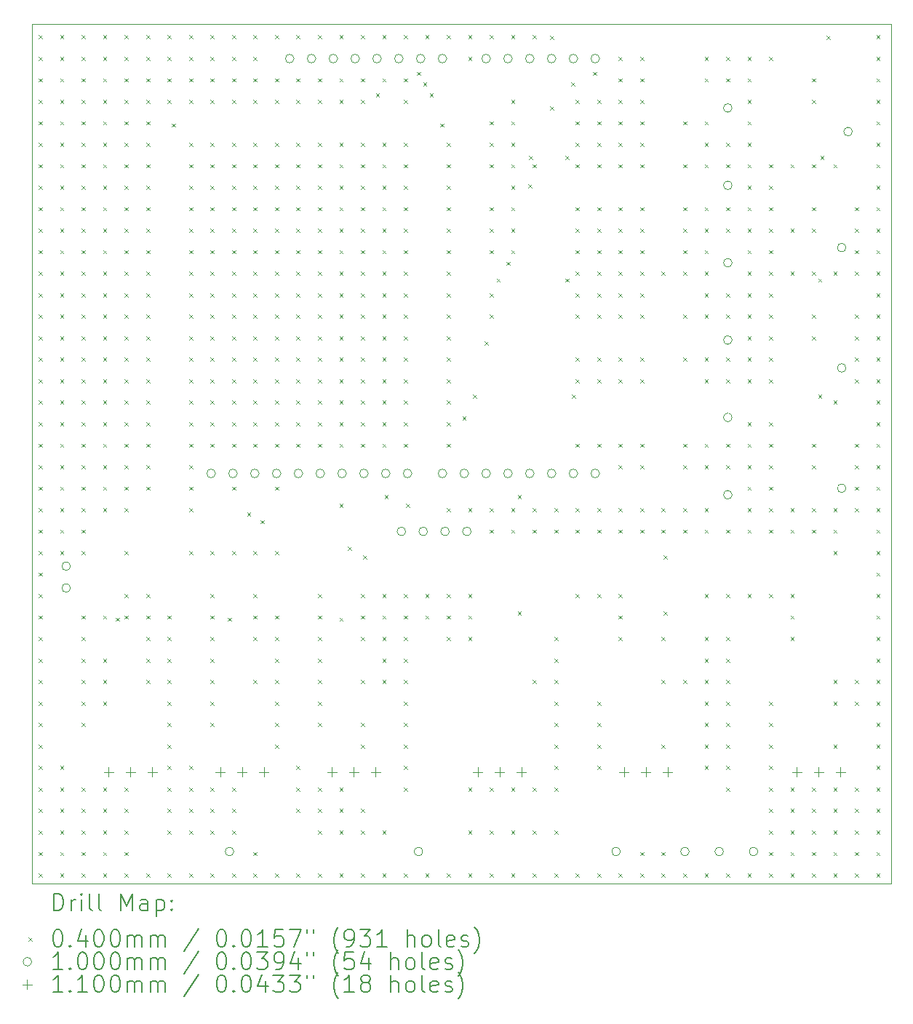
<source format=gbr>
%TF.GenerationSoftware,KiCad,Pcbnew,(6.0.7)*%
%TF.CreationDate,2022-09-16T15:02:01+02:00*%
%TF.ProjectId,Goobyl_da - Kretskort,476f6f62-796c-4e56-9461-202d204b7265,rev?*%
%TF.SameCoordinates,Original*%
%TF.FileFunction,Drillmap*%
%TF.FilePolarity,Positive*%
%FSLAX45Y45*%
G04 Gerber Fmt 4.5, Leading zero omitted, Abs format (unit mm)*
G04 Created by KiCad (PCBNEW (6.0.7)) date 2022-09-16 15:02:01*
%MOMM*%
%LPD*%
G01*
G04 APERTURE LIST*
%ADD10C,0.050000*%
%ADD11C,0.200000*%
%ADD12C,0.040000*%
%ADD13C,0.100000*%
%ADD14C,0.110000*%
G04 APERTURE END LIST*
D10*
X18901000Y-14101000D02*
X8901000Y-14101000D01*
X18901000Y-4101000D02*
X18901000Y-14101000D01*
X8901000Y-4101000D02*
X18901000Y-4101000D01*
X8901000Y-14101000D02*
X8901000Y-4101000D01*
D11*
D12*
X8980000Y-4230000D02*
X9020000Y-4270000D01*
X9020000Y-4230000D02*
X8980000Y-4270000D01*
X8980000Y-4480000D02*
X9020000Y-4520000D01*
X9020000Y-4480000D02*
X8980000Y-4520000D01*
X8980000Y-4730000D02*
X9020000Y-4770000D01*
X9020000Y-4730000D02*
X8980000Y-4770000D01*
X8980000Y-4980000D02*
X9020000Y-5020000D01*
X9020000Y-4980000D02*
X8980000Y-5020000D01*
X8980000Y-5230000D02*
X9020000Y-5270000D01*
X9020000Y-5230000D02*
X8980000Y-5270000D01*
X8980000Y-5480000D02*
X9020000Y-5520000D01*
X9020000Y-5480000D02*
X8980000Y-5520000D01*
X8980000Y-5730000D02*
X9020000Y-5770000D01*
X9020000Y-5730000D02*
X8980000Y-5770000D01*
X8980000Y-5980000D02*
X9020000Y-6020000D01*
X9020000Y-5980000D02*
X8980000Y-6020000D01*
X8980000Y-6230000D02*
X9020000Y-6270000D01*
X9020000Y-6230000D02*
X8980000Y-6270000D01*
X8980000Y-6480000D02*
X9020000Y-6520000D01*
X9020000Y-6480000D02*
X8980000Y-6520000D01*
X8980000Y-6730000D02*
X9020000Y-6770000D01*
X9020000Y-6730000D02*
X8980000Y-6770000D01*
X8980000Y-6980000D02*
X9020000Y-7020000D01*
X9020000Y-6980000D02*
X8980000Y-7020000D01*
X8980000Y-7230000D02*
X9020000Y-7270000D01*
X9020000Y-7230000D02*
X8980000Y-7270000D01*
X8980000Y-7480000D02*
X9020000Y-7520000D01*
X9020000Y-7480000D02*
X8980000Y-7520000D01*
X8980000Y-7730000D02*
X9020000Y-7770000D01*
X9020000Y-7730000D02*
X8980000Y-7770000D01*
X8980000Y-7980000D02*
X9020000Y-8020000D01*
X9020000Y-7980000D02*
X8980000Y-8020000D01*
X8980000Y-8230000D02*
X9020000Y-8270000D01*
X9020000Y-8230000D02*
X8980000Y-8270000D01*
X8980000Y-8480000D02*
X9020000Y-8520000D01*
X9020000Y-8480000D02*
X8980000Y-8520000D01*
X8980000Y-8730000D02*
X9020000Y-8770000D01*
X9020000Y-8730000D02*
X8980000Y-8770000D01*
X8980000Y-8980000D02*
X9020000Y-9020000D01*
X9020000Y-8980000D02*
X8980000Y-9020000D01*
X8980000Y-9230000D02*
X9020000Y-9270000D01*
X9020000Y-9230000D02*
X8980000Y-9270000D01*
X8980000Y-9480000D02*
X9020000Y-9520000D01*
X9020000Y-9480000D02*
X8980000Y-9520000D01*
X8980000Y-9730000D02*
X9020000Y-9770000D01*
X9020000Y-9730000D02*
X8980000Y-9770000D01*
X8980000Y-9980000D02*
X9020000Y-10020000D01*
X9020000Y-9980000D02*
X8980000Y-10020000D01*
X8980000Y-10230000D02*
X9020000Y-10270000D01*
X9020000Y-10230000D02*
X8980000Y-10270000D01*
X8980000Y-10480000D02*
X9020000Y-10520000D01*
X9020000Y-10480000D02*
X8980000Y-10520000D01*
X8980000Y-10730000D02*
X9020000Y-10770000D01*
X9020000Y-10730000D02*
X8980000Y-10770000D01*
X8980000Y-10980000D02*
X9020000Y-11020000D01*
X9020000Y-10980000D02*
X8980000Y-11020000D01*
X8980000Y-11230000D02*
X9020000Y-11270000D01*
X9020000Y-11230000D02*
X8980000Y-11270000D01*
X8980000Y-11480000D02*
X9020000Y-11520000D01*
X9020000Y-11480000D02*
X8980000Y-11520000D01*
X8980000Y-11730000D02*
X9020000Y-11770000D01*
X9020000Y-11730000D02*
X8980000Y-11770000D01*
X8980000Y-11980000D02*
X9020000Y-12020000D01*
X9020000Y-11980000D02*
X8980000Y-12020000D01*
X8980000Y-12230000D02*
X9020000Y-12270000D01*
X9020000Y-12230000D02*
X8980000Y-12270000D01*
X8980000Y-12480000D02*
X9020000Y-12520000D01*
X9020000Y-12480000D02*
X8980000Y-12520000D01*
X8980000Y-12730000D02*
X9020000Y-12770000D01*
X9020000Y-12730000D02*
X8980000Y-12770000D01*
X8980000Y-12980000D02*
X9020000Y-13020000D01*
X9020000Y-12980000D02*
X8980000Y-13020000D01*
X8980000Y-13230000D02*
X9020000Y-13270000D01*
X9020000Y-13230000D02*
X8980000Y-13270000D01*
X8980000Y-13480000D02*
X9020000Y-13520000D01*
X9020000Y-13480000D02*
X8980000Y-13520000D01*
X8980000Y-13730000D02*
X9020000Y-13770000D01*
X9020000Y-13730000D02*
X8980000Y-13770000D01*
X8980000Y-13980000D02*
X9020000Y-14020000D01*
X9020000Y-13980000D02*
X8980000Y-14020000D01*
X9230000Y-4230000D02*
X9270000Y-4270000D01*
X9270000Y-4230000D02*
X9230000Y-4270000D01*
X9230000Y-4480000D02*
X9270000Y-4520000D01*
X9270000Y-4480000D02*
X9230000Y-4520000D01*
X9230000Y-4730000D02*
X9270000Y-4770000D01*
X9270000Y-4730000D02*
X9230000Y-4770000D01*
X9230000Y-4980000D02*
X9270000Y-5020000D01*
X9270000Y-4980000D02*
X9230000Y-5020000D01*
X9230000Y-5230000D02*
X9270000Y-5270000D01*
X9270000Y-5230000D02*
X9230000Y-5270000D01*
X9230000Y-5480000D02*
X9270000Y-5520000D01*
X9270000Y-5480000D02*
X9230000Y-5520000D01*
X9230000Y-5730000D02*
X9270000Y-5770000D01*
X9270000Y-5730000D02*
X9230000Y-5770000D01*
X9230000Y-5980000D02*
X9270000Y-6020000D01*
X9270000Y-5980000D02*
X9230000Y-6020000D01*
X9230000Y-6230000D02*
X9270000Y-6270000D01*
X9270000Y-6230000D02*
X9230000Y-6270000D01*
X9230000Y-6480000D02*
X9270000Y-6520000D01*
X9270000Y-6480000D02*
X9230000Y-6520000D01*
X9230000Y-6730000D02*
X9270000Y-6770000D01*
X9270000Y-6730000D02*
X9230000Y-6770000D01*
X9230000Y-6980000D02*
X9270000Y-7020000D01*
X9270000Y-6980000D02*
X9230000Y-7020000D01*
X9230000Y-7230000D02*
X9270000Y-7270000D01*
X9270000Y-7230000D02*
X9230000Y-7270000D01*
X9230000Y-7480000D02*
X9270000Y-7520000D01*
X9270000Y-7480000D02*
X9230000Y-7520000D01*
X9230000Y-7730000D02*
X9270000Y-7770000D01*
X9270000Y-7730000D02*
X9230000Y-7770000D01*
X9230000Y-7980000D02*
X9270000Y-8020000D01*
X9270000Y-7980000D02*
X9230000Y-8020000D01*
X9230000Y-8230000D02*
X9270000Y-8270000D01*
X9270000Y-8230000D02*
X9230000Y-8270000D01*
X9230000Y-8480000D02*
X9270000Y-8520000D01*
X9270000Y-8480000D02*
X9230000Y-8520000D01*
X9230000Y-8730000D02*
X9270000Y-8770000D01*
X9270000Y-8730000D02*
X9230000Y-8770000D01*
X9230000Y-8980000D02*
X9270000Y-9020000D01*
X9270000Y-8980000D02*
X9230000Y-9020000D01*
X9230000Y-9230000D02*
X9270000Y-9270000D01*
X9270000Y-9230000D02*
X9230000Y-9270000D01*
X9230000Y-9480000D02*
X9270000Y-9520000D01*
X9270000Y-9480000D02*
X9230000Y-9520000D01*
X9230000Y-9730000D02*
X9270000Y-9770000D01*
X9270000Y-9730000D02*
X9230000Y-9770000D01*
X9230000Y-9980000D02*
X9270000Y-10020000D01*
X9270000Y-9980000D02*
X9230000Y-10020000D01*
X9230000Y-10230000D02*
X9270000Y-10270000D01*
X9270000Y-10230000D02*
X9230000Y-10270000D01*
X9230000Y-12730000D02*
X9270000Y-12770000D01*
X9270000Y-12730000D02*
X9230000Y-12770000D01*
X9230000Y-12980000D02*
X9270000Y-13020000D01*
X9270000Y-12980000D02*
X9230000Y-13020000D01*
X9230000Y-13230000D02*
X9270000Y-13270000D01*
X9270000Y-13230000D02*
X9230000Y-13270000D01*
X9230000Y-13480000D02*
X9270000Y-13520000D01*
X9270000Y-13480000D02*
X9230000Y-13520000D01*
X9230000Y-13730000D02*
X9270000Y-13770000D01*
X9270000Y-13730000D02*
X9230000Y-13770000D01*
X9230000Y-13980000D02*
X9270000Y-14020000D01*
X9270000Y-13980000D02*
X9230000Y-14020000D01*
X9480000Y-4230000D02*
X9520000Y-4270000D01*
X9520000Y-4230000D02*
X9480000Y-4270000D01*
X9480000Y-4480000D02*
X9520000Y-4520000D01*
X9520000Y-4480000D02*
X9480000Y-4520000D01*
X9480000Y-4730000D02*
X9520000Y-4770000D01*
X9520000Y-4730000D02*
X9480000Y-4770000D01*
X9480000Y-4980000D02*
X9520000Y-5020000D01*
X9520000Y-4980000D02*
X9480000Y-5020000D01*
X9480000Y-5230000D02*
X9520000Y-5270000D01*
X9520000Y-5230000D02*
X9480000Y-5270000D01*
X9480000Y-5480000D02*
X9520000Y-5520000D01*
X9520000Y-5480000D02*
X9480000Y-5520000D01*
X9480000Y-5730000D02*
X9520000Y-5770000D01*
X9520000Y-5730000D02*
X9480000Y-5770000D01*
X9480000Y-5980000D02*
X9520000Y-6020000D01*
X9520000Y-5980000D02*
X9480000Y-6020000D01*
X9480000Y-6230000D02*
X9520000Y-6270000D01*
X9520000Y-6230000D02*
X9480000Y-6270000D01*
X9480000Y-6480000D02*
X9520000Y-6520000D01*
X9520000Y-6480000D02*
X9480000Y-6520000D01*
X9480000Y-6730000D02*
X9520000Y-6770000D01*
X9520000Y-6730000D02*
X9480000Y-6770000D01*
X9480000Y-6980000D02*
X9520000Y-7020000D01*
X9520000Y-6980000D02*
X9480000Y-7020000D01*
X9480000Y-7230000D02*
X9520000Y-7270000D01*
X9520000Y-7230000D02*
X9480000Y-7270000D01*
X9480000Y-7480000D02*
X9520000Y-7520000D01*
X9520000Y-7480000D02*
X9480000Y-7520000D01*
X9480000Y-7730000D02*
X9520000Y-7770000D01*
X9520000Y-7730000D02*
X9480000Y-7770000D01*
X9480000Y-7980000D02*
X9520000Y-8020000D01*
X9520000Y-7980000D02*
X9480000Y-8020000D01*
X9480000Y-8230000D02*
X9520000Y-8270000D01*
X9520000Y-8230000D02*
X9480000Y-8270000D01*
X9480000Y-8480000D02*
X9520000Y-8520000D01*
X9520000Y-8480000D02*
X9480000Y-8520000D01*
X9480000Y-8730000D02*
X9520000Y-8770000D01*
X9520000Y-8730000D02*
X9480000Y-8770000D01*
X9480000Y-8980000D02*
X9520000Y-9020000D01*
X9520000Y-8980000D02*
X9480000Y-9020000D01*
X9480000Y-9230000D02*
X9520000Y-9270000D01*
X9520000Y-9230000D02*
X9480000Y-9270000D01*
X9480000Y-9480000D02*
X9520000Y-9520000D01*
X9520000Y-9480000D02*
X9480000Y-9520000D01*
X9480000Y-9730000D02*
X9520000Y-9770000D01*
X9520000Y-9730000D02*
X9480000Y-9770000D01*
X9480000Y-9980000D02*
X9520000Y-10020000D01*
X9520000Y-9980000D02*
X9480000Y-10020000D01*
X9480000Y-10230000D02*
X9520000Y-10270000D01*
X9520000Y-10230000D02*
X9480000Y-10270000D01*
X9480000Y-10980000D02*
X9520000Y-11020000D01*
X9520000Y-10980000D02*
X9480000Y-11020000D01*
X9480000Y-11230000D02*
X9520000Y-11270000D01*
X9520000Y-11230000D02*
X9480000Y-11270000D01*
X9480000Y-11480000D02*
X9520000Y-11520000D01*
X9520000Y-11480000D02*
X9480000Y-11520000D01*
X9480000Y-11730000D02*
X9520000Y-11770000D01*
X9520000Y-11730000D02*
X9480000Y-11770000D01*
X9480000Y-11980000D02*
X9520000Y-12020000D01*
X9520000Y-11980000D02*
X9480000Y-12020000D01*
X9480000Y-12230000D02*
X9520000Y-12270000D01*
X9520000Y-12230000D02*
X9480000Y-12270000D01*
X9480000Y-12980000D02*
X9520000Y-13020000D01*
X9520000Y-12980000D02*
X9480000Y-13020000D01*
X9480000Y-13230000D02*
X9520000Y-13270000D01*
X9520000Y-13230000D02*
X9480000Y-13270000D01*
X9480000Y-13480000D02*
X9520000Y-13520000D01*
X9520000Y-13480000D02*
X9480000Y-13520000D01*
X9480000Y-13730000D02*
X9520000Y-13770000D01*
X9520000Y-13730000D02*
X9480000Y-13770000D01*
X9480000Y-13980000D02*
X9520000Y-14020000D01*
X9520000Y-13980000D02*
X9480000Y-14020000D01*
X9730000Y-4230000D02*
X9770000Y-4270000D01*
X9770000Y-4230000D02*
X9730000Y-4270000D01*
X9730000Y-4480000D02*
X9770000Y-4520000D01*
X9770000Y-4480000D02*
X9730000Y-4520000D01*
X9730000Y-4730000D02*
X9770000Y-4770000D01*
X9770000Y-4730000D02*
X9730000Y-4770000D01*
X9730000Y-4980000D02*
X9770000Y-5020000D01*
X9770000Y-4980000D02*
X9730000Y-5020000D01*
X9730000Y-5230000D02*
X9770000Y-5270000D01*
X9770000Y-5230000D02*
X9730000Y-5270000D01*
X9730000Y-5480000D02*
X9770000Y-5520000D01*
X9770000Y-5480000D02*
X9730000Y-5520000D01*
X9730000Y-5730000D02*
X9770000Y-5770000D01*
X9770000Y-5730000D02*
X9730000Y-5770000D01*
X9730000Y-5980000D02*
X9770000Y-6020000D01*
X9770000Y-5980000D02*
X9730000Y-6020000D01*
X9730000Y-6230000D02*
X9770000Y-6270000D01*
X9770000Y-6230000D02*
X9730000Y-6270000D01*
X9730000Y-6480000D02*
X9770000Y-6520000D01*
X9770000Y-6480000D02*
X9730000Y-6520000D01*
X9730000Y-6730000D02*
X9770000Y-6770000D01*
X9770000Y-6730000D02*
X9730000Y-6770000D01*
X9730000Y-6980000D02*
X9770000Y-7020000D01*
X9770000Y-6980000D02*
X9730000Y-7020000D01*
X9730000Y-7230000D02*
X9770000Y-7270000D01*
X9770000Y-7230000D02*
X9730000Y-7270000D01*
X9730000Y-7480000D02*
X9770000Y-7520000D01*
X9770000Y-7480000D02*
X9730000Y-7520000D01*
X9730000Y-7730000D02*
X9770000Y-7770000D01*
X9770000Y-7730000D02*
X9730000Y-7770000D01*
X9730000Y-7980000D02*
X9770000Y-8020000D01*
X9770000Y-7980000D02*
X9730000Y-8020000D01*
X9730000Y-8230000D02*
X9770000Y-8270000D01*
X9770000Y-8230000D02*
X9730000Y-8270000D01*
X9730000Y-8480000D02*
X9770000Y-8520000D01*
X9770000Y-8480000D02*
X9730000Y-8520000D01*
X9730000Y-8730000D02*
X9770000Y-8770000D01*
X9770000Y-8730000D02*
X9730000Y-8770000D01*
X9730000Y-8980000D02*
X9770000Y-9020000D01*
X9770000Y-8980000D02*
X9730000Y-9020000D01*
X9730000Y-9230000D02*
X9770000Y-9270000D01*
X9770000Y-9230000D02*
X9730000Y-9270000D01*
X9730000Y-9480000D02*
X9770000Y-9520000D01*
X9770000Y-9480000D02*
X9730000Y-9520000D01*
X9730000Y-9730000D02*
X9770000Y-9770000D01*
X9770000Y-9730000D02*
X9730000Y-9770000D01*
X9730000Y-10980000D02*
X9770000Y-11020000D01*
X9770000Y-10980000D02*
X9730000Y-11020000D01*
X9730000Y-11480000D02*
X9770000Y-11520000D01*
X9770000Y-11480000D02*
X9730000Y-11520000D01*
X9730000Y-11730000D02*
X9770000Y-11770000D01*
X9770000Y-11730000D02*
X9730000Y-11770000D01*
X9730000Y-11980000D02*
X9770000Y-12020000D01*
X9770000Y-11980000D02*
X9730000Y-12020000D01*
X9730000Y-12980000D02*
X9770000Y-13020000D01*
X9770000Y-12980000D02*
X9730000Y-13020000D01*
X9730000Y-13230000D02*
X9770000Y-13270000D01*
X9770000Y-13230000D02*
X9730000Y-13270000D01*
X9730000Y-13480000D02*
X9770000Y-13520000D01*
X9770000Y-13480000D02*
X9730000Y-13520000D01*
X9730000Y-13730000D02*
X9770000Y-13770000D01*
X9770000Y-13730000D02*
X9730000Y-13770000D01*
X9730000Y-13980000D02*
X9770000Y-14020000D01*
X9770000Y-13980000D02*
X9730000Y-14020000D01*
X9880000Y-11005000D02*
X9920000Y-11045000D01*
X9920000Y-11005000D02*
X9880000Y-11045000D01*
X9980000Y-4230000D02*
X10020000Y-4270000D01*
X10020000Y-4230000D02*
X9980000Y-4270000D01*
X9980000Y-4480000D02*
X10020000Y-4520000D01*
X10020000Y-4480000D02*
X9980000Y-4520000D01*
X9980000Y-4730000D02*
X10020000Y-4770000D01*
X10020000Y-4730000D02*
X9980000Y-4770000D01*
X9980000Y-4980000D02*
X10020000Y-5020000D01*
X10020000Y-4980000D02*
X9980000Y-5020000D01*
X9980000Y-5230000D02*
X10020000Y-5270000D01*
X10020000Y-5230000D02*
X9980000Y-5270000D01*
X9980000Y-5480000D02*
X10020000Y-5520000D01*
X10020000Y-5480000D02*
X9980000Y-5520000D01*
X9980000Y-5730000D02*
X10020000Y-5770000D01*
X10020000Y-5730000D02*
X9980000Y-5770000D01*
X9980000Y-5980000D02*
X10020000Y-6020000D01*
X10020000Y-5980000D02*
X9980000Y-6020000D01*
X9980000Y-6230000D02*
X10020000Y-6270000D01*
X10020000Y-6230000D02*
X9980000Y-6270000D01*
X9980000Y-6480000D02*
X10020000Y-6520000D01*
X10020000Y-6480000D02*
X9980000Y-6520000D01*
X9980000Y-6730000D02*
X10020000Y-6770000D01*
X10020000Y-6730000D02*
X9980000Y-6770000D01*
X9980000Y-6980000D02*
X10020000Y-7020000D01*
X10020000Y-6980000D02*
X9980000Y-7020000D01*
X9980000Y-7230000D02*
X10020000Y-7270000D01*
X10020000Y-7230000D02*
X9980000Y-7270000D01*
X9980000Y-7480000D02*
X10020000Y-7520000D01*
X10020000Y-7480000D02*
X9980000Y-7520000D01*
X9980000Y-7730000D02*
X10020000Y-7770000D01*
X10020000Y-7730000D02*
X9980000Y-7770000D01*
X9980000Y-7980000D02*
X10020000Y-8020000D01*
X10020000Y-7980000D02*
X9980000Y-8020000D01*
X9980000Y-8230000D02*
X10020000Y-8270000D01*
X10020000Y-8230000D02*
X9980000Y-8270000D01*
X9980000Y-8480000D02*
X10020000Y-8520000D01*
X10020000Y-8480000D02*
X9980000Y-8520000D01*
X9980000Y-8730000D02*
X10020000Y-8770000D01*
X10020000Y-8730000D02*
X9980000Y-8770000D01*
X9980000Y-8980000D02*
X10020000Y-9020000D01*
X10020000Y-8980000D02*
X9980000Y-9020000D01*
X9980000Y-9230000D02*
X10020000Y-9270000D01*
X10020000Y-9230000D02*
X9980000Y-9270000D01*
X9980000Y-9480000D02*
X10020000Y-9520000D01*
X10020000Y-9480000D02*
X9980000Y-9520000D01*
X9980000Y-9730000D02*
X10020000Y-9770000D01*
X10020000Y-9730000D02*
X9980000Y-9770000D01*
X9980000Y-10230000D02*
X10020000Y-10270000D01*
X10020000Y-10230000D02*
X9980000Y-10270000D01*
X9980000Y-10730000D02*
X10020000Y-10770000D01*
X10020000Y-10730000D02*
X9980000Y-10770000D01*
X9980000Y-10980000D02*
X10020000Y-11020000D01*
X10020000Y-10980000D02*
X9980000Y-11020000D01*
X9980000Y-12980000D02*
X10020000Y-13020000D01*
X10020000Y-12980000D02*
X9980000Y-13020000D01*
X9980000Y-13230000D02*
X10020000Y-13270000D01*
X10020000Y-13230000D02*
X9980000Y-13270000D01*
X9980000Y-13480000D02*
X10020000Y-13520000D01*
X10020000Y-13480000D02*
X9980000Y-13520000D01*
X9980000Y-13730000D02*
X10020000Y-13770000D01*
X10020000Y-13730000D02*
X9980000Y-13770000D01*
X9980000Y-13980000D02*
X10020000Y-14020000D01*
X10020000Y-13980000D02*
X9980000Y-14020000D01*
X10230000Y-4230000D02*
X10270000Y-4270000D01*
X10270000Y-4230000D02*
X10230000Y-4270000D01*
X10230000Y-4480000D02*
X10270000Y-4520000D01*
X10270000Y-4480000D02*
X10230000Y-4520000D01*
X10230000Y-4730000D02*
X10270000Y-4770000D01*
X10270000Y-4730000D02*
X10230000Y-4770000D01*
X10230000Y-4980000D02*
X10270000Y-5020000D01*
X10270000Y-4980000D02*
X10230000Y-5020000D01*
X10230000Y-5230000D02*
X10270000Y-5270000D01*
X10270000Y-5230000D02*
X10230000Y-5270000D01*
X10230000Y-5480000D02*
X10270000Y-5520000D01*
X10270000Y-5480000D02*
X10230000Y-5520000D01*
X10230000Y-5730000D02*
X10270000Y-5770000D01*
X10270000Y-5730000D02*
X10230000Y-5770000D01*
X10230000Y-5980000D02*
X10270000Y-6020000D01*
X10270000Y-5980000D02*
X10230000Y-6020000D01*
X10230000Y-6230000D02*
X10270000Y-6270000D01*
X10270000Y-6230000D02*
X10230000Y-6270000D01*
X10230000Y-6480000D02*
X10270000Y-6520000D01*
X10270000Y-6480000D02*
X10230000Y-6520000D01*
X10230000Y-6730000D02*
X10270000Y-6770000D01*
X10270000Y-6730000D02*
X10230000Y-6770000D01*
X10230000Y-6980000D02*
X10270000Y-7020000D01*
X10270000Y-6980000D02*
X10230000Y-7020000D01*
X10230000Y-7230000D02*
X10270000Y-7270000D01*
X10270000Y-7230000D02*
X10230000Y-7270000D01*
X10230000Y-7480000D02*
X10270000Y-7520000D01*
X10270000Y-7480000D02*
X10230000Y-7520000D01*
X10230000Y-7730000D02*
X10270000Y-7770000D01*
X10270000Y-7730000D02*
X10230000Y-7770000D01*
X10230000Y-7980000D02*
X10270000Y-8020000D01*
X10270000Y-7980000D02*
X10230000Y-8020000D01*
X10230000Y-8230000D02*
X10270000Y-8270000D01*
X10270000Y-8230000D02*
X10230000Y-8270000D01*
X10230000Y-8480000D02*
X10270000Y-8520000D01*
X10270000Y-8480000D02*
X10230000Y-8520000D01*
X10230000Y-8730000D02*
X10270000Y-8770000D01*
X10270000Y-8730000D02*
X10230000Y-8770000D01*
X10230000Y-8980000D02*
X10270000Y-9020000D01*
X10270000Y-8980000D02*
X10230000Y-9020000D01*
X10230000Y-9230000D02*
X10270000Y-9270000D01*
X10270000Y-9230000D02*
X10230000Y-9270000D01*
X10230000Y-9480000D02*
X10270000Y-9520000D01*
X10270000Y-9480000D02*
X10230000Y-9520000D01*
X10230000Y-10730000D02*
X10270000Y-10770000D01*
X10270000Y-10730000D02*
X10230000Y-10770000D01*
X10230000Y-10980000D02*
X10270000Y-11020000D01*
X10270000Y-10980000D02*
X10230000Y-11020000D01*
X10230000Y-11230000D02*
X10270000Y-11270000D01*
X10270000Y-11230000D02*
X10230000Y-11270000D01*
X10230000Y-11480000D02*
X10270000Y-11520000D01*
X10270000Y-11480000D02*
X10230000Y-11520000D01*
X10230000Y-11730000D02*
X10270000Y-11770000D01*
X10270000Y-11730000D02*
X10230000Y-11770000D01*
X10230000Y-13980000D02*
X10270000Y-14020000D01*
X10270000Y-13980000D02*
X10230000Y-14020000D01*
X10480000Y-4230000D02*
X10520000Y-4270000D01*
X10520000Y-4230000D02*
X10480000Y-4270000D01*
X10480000Y-4480000D02*
X10520000Y-4520000D01*
X10520000Y-4480000D02*
X10480000Y-4520000D01*
X10480000Y-4730000D02*
X10520000Y-4770000D01*
X10520000Y-4730000D02*
X10480000Y-4770000D01*
X10480000Y-4980000D02*
X10520000Y-5020000D01*
X10520000Y-4980000D02*
X10480000Y-5020000D01*
X10480000Y-10980000D02*
X10520000Y-11020000D01*
X10520000Y-10980000D02*
X10480000Y-11020000D01*
X10480000Y-11230000D02*
X10520000Y-11270000D01*
X10520000Y-11230000D02*
X10480000Y-11270000D01*
X10480000Y-11480000D02*
X10520000Y-11520000D01*
X10520000Y-11480000D02*
X10480000Y-11520000D01*
X10480000Y-11730000D02*
X10520000Y-11770000D01*
X10520000Y-11730000D02*
X10480000Y-11770000D01*
X10480000Y-11980000D02*
X10520000Y-12020000D01*
X10520000Y-11980000D02*
X10480000Y-12020000D01*
X10480000Y-12230000D02*
X10520000Y-12270000D01*
X10520000Y-12230000D02*
X10480000Y-12270000D01*
X10480000Y-12480000D02*
X10520000Y-12520000D01*
X10520000Y-12480000D02*
X10480000Y-12520000D01*
X10480000Y-12730000D02*
X10520000Y-12770000D01*
X10520000Y-12730000D02*
X10480000Y-12770000D01*
X10480000Y-12980000D02*
X10520000Y-13020000D01*
X10520000Y-12980000D02*
X10480000Y-13020000D01*
X10480000Y-13230000D02*
X10520000Y-13270000D01*
X10520000Y-13230000D02*
X10480000Y-13270000D01*
X10480000Y-13480000D02*
X10520000Y-13520000D01*
X10520000Y-13480000D02*
X10480000Y-13520000D01*
X10480000Y-13980000D02*
X10520000Y-14020000D01*
X10520000Y-13980000D02*
X10480000Y-14020000D01*
X10530000Y-5255000D02*
X10570000Y-5295000D01*
X10570000Y-5255000D02*
X10530000Y-5295000D01*
X10730000Y-4230000D02*
X10770000Y-4270000D01*
X10770000Y-4230000D02*
X10730000Y-4270000D01*
X10730000Y-4480000D02*
X10770000Y-4520000D01*
X10770000Y-4480000D02*
X10730000Y-4520000D01*
X10730000Y-4730000D02*
X10770000Y-4770000D01*
X10770000Y-4730000D02*
X10730000Y-4770000D01*
X10730000Y-4980000D02*
X10770000Y-5020000D01*
X10770000Y-4980000D02*
X10730000Y-5020000D01*
X10730000Y-5480000D02*
X10770000Y-5520000D01*
X10770000Y-5480000D02*
X10730000Y-5520000D01*
X10730000Y-5730000D02*
X10770000Y-5770000D01*
X10770000Y-5730000D02*
X10730000Y-5770000D01*
X10730000Y-5980000D02*
X10770000Y-6020000D01*
X10770000Y-5980000D02*
X10730000Y-6020000D01*
X10730000Y-6230000D02*
X10770000Y-6270000D01*
X10770000Y-6230000D02*
X10730000Y-6270000D01*
X10730000Y-6480000D02*
X10770000Y-6520000D01*
X10770000Y-6480000D02*
X10730000Y-6520000D01*
X10730000Y-6730000D02*
X10770000Y-6770000D01*
X10770000Y-6730000D02*
X10730000Y-6770000D01*
X10730000Y-6980000D02*
X10770000Y-7020000D01*
X10770000Y-6980000D02*
X10730000Y-7020000D01*
X10730000Y-7230000D02*
X10770000Y-7270000D01*
X10770000Y-7230000D02*
X10730000Y-7270000D01*
X10730000Y-7480000D02*
X10770000Y-7520000D01*
X10770000Y-7480000D02*
X10730000Y-7520000D01*
X10730000Y-7730000D02*
X10770000Y-7770000D01*
X10770000Y-7730000D02*
X10730000Y-7770000D01*
X10730000Y-7980000D02*
X10770000Y-8020000D01*
X10770000Y-7980000D02*
X10730000Y-8020000D01*
X10730000Y-8230000D02*
X10770000Y-8270000D01*
X10770000Y-8230000D02*
X10730000Y-8270000D01*
X10730000Y-8480000D02*
X10770000Y-8520000D01*
X10770000Y-8480000D02*
X10730000Y-8520000D01*
X10730000Y-8730000D02*
X10770000Y-8770000D01*
X10770000Y-8730000D02*
X10730000Y-8770000D01*
X10730000Y-8980000D02*
X10770000Y-9020000D01*
X10770000Y-8980000D02*
X10730000Y-9020000D01*
X10730000Y-9230000D02*
X10770000Y-9270000D01*
X10770000Y-9230000D02*
X10730000Y-9270000D01*
X10730000Y-9480000D02*
X10770000Y-9520000D01*
X10770000Y-9480000D02*
X10730000Y-9520000D01*
X10730000Y-9730000D02*
X10770000Y-9770000D01*
X10770000Y-9730000D02*
X10730000Y-9770000D01*
X10730000Y-10230000D02*
X10770000Y-10270000D01*
X10770000Y-10230000D02*
X10730000Y-10270000D01*
X10730000Y-12730000D02*
X10770000Y-12770000D01*
X10770000Y-12730000D02*
X10730000Y-12770000D01*
X10730000Y-12980000D02*
X10770000Y-13020000D01*
X10770000Y-12980000D02*
X10730000Y-13020000D01*
X10730000Y-13230000D02*
X10770000Y-13270000D01*
X10770000Y-13230000D02*
X10730000Y-13270000D01*
X10730000Y-13480000D02*
X10770000Y-13520000D01*
X10770000Y-13480000D02*
X10730000Y-13520000D01*
X10730000Y-13980000D02*
X10770000Y-14020000D01*
X10770000Y-13980000D02*
X10730000Y-14020000D01*
X10980000Y-4230000D02*
X11020000Y-4270000D01*
X11020000Y-4230000D02*
X10980000Y-4270000D01*
X10980000Y-4480000D02*
X11020000Y-4520000D01*
X11020000Y-4480000D02*
X10980000Y-4520000D01*
X10980000Y-4730000D02*
X11020000Y-4770000D01*
X11020000Y-4730000D02*
X10980000Y-4770000D01*
X10980000Y-4980000D02*
X11020000Y-5020000D01*
X11020000Y-4980000D02*
X10980000Y-5020000D01*
X10980000Y-5480000D02*
X11020000Y-5520000D01*
X11020000Y-5480000D02*
X10980000Y-5520000D01*
X10980000Y-5730000D02*
X11020000Y-5770000D01*
X11020000Y-5730000D02*
X10980000Y-5770000D01*
X10980000Y-5980000D02*
X11020000Y-6020000D01*
X11020000Y-5980000D02*
X10980000Y-6020000D01*
X10980000Y-6230000D02*
X11020000Y-6270000D01*
X11020000Y-6230000D02*
X10980000Y-6270000D01*
X10980000Y-6480000D02*
X11020000Y-6520000D01*
X11020000Y-6480000D02*
X10980000Y-6520000D01*
X10980000Y-6730000D02*
X11020000Y-6770000D01*
X11020000Y-6730000D02*
X10980000Y-6770000D01*
X10980000Y-6980000D02*
X11020000Y-7020000D01*
X11020000Y-6980000D02*
X10980000Y-7020000D01*
X10980000Y-7230000D02*
X11020000Y-7270000D01*
X11020000Y-7230000D02*
X10980000Y-7270000D01*
X10980000Y-7480000D02*
X11020000Y-7520000D01*
X11020000Y-7480000D02*
X10980000Y-7520000D01*
X10980000Y-7730000D02*
X11020000Y-7770000D01*
X11020000Y-7730000D02*
X10980000Y-7770000D01*
X10980000Y-7980000D02*
X11020000Y-8020000D01*
X11020000Y-7980000D02*
X10980000Y-8020000D01*
X10980000Y-8230000D02*
X11020000Y-8270000D01*
X11020000Y-8230000D02*
X10980000Y-8270000D01*
X10980000Y-8480000D02*
X11020000Y-8520000D01*
X11020000Y-8480000D02*
X10980000Y-8520000D01*
X10980000Y-8730000D02*
X11020000Y-8770000D01*
X11020000Y-8730000D02*
X10980000Y-8770000D01*
X10980000Y-8980000D02*
X11020000Y-9020000D01*
X11020000Y-8980000D02*
X10980000Y-9020000D01*
X10980000Y-10230000D02*
X11020000Y-10270000D01*
X11020000Y-10230000D02*
X10980000Y-10270000D01*
X10980000Y-10730000D02*
X11020000Y-10770000D01*
X11020000Y-10730000D02*
X10980000Y-10770000D01*
X10980000Y-10980000D02*
X11020000Y-11020000D01*
X11020000Y-10980000D02*
X10980000Y-11020000D01*
X10980000Y-11230000D02*
X11020000Y-11270000D01*
X11020000Y-11230000D02*
X10980000Y-11270000D01*
X10980000Y-11480000D02*
X11020000Y-11520000D01*
X11020000Y-11480000D02*
X10980000Y-11520000D01*
X10980000Y-11730000D02*
X11020000Y-11770000D01*
X11020000Y-11730000D02*
X10980000Y-11770000D01*
X10980000Y-11980000D02*
X11020000Y-12020000D01*
X11020000Y-11980000D02*
X10980000Y-12020000D01*
X10980000Y-12230000D02*
X11020000Y-12270000D01*
X11020000Y-12230000D02*
X10980000Y-12270000D01*
X10980000Y-12980000D02*
X11020000Y-13020000D01*
X11020000Y-12980000D02*
X10980000Y-13020000D01*
X10980000Y-13230000D02*
X11020000Y-13270000D01*
X11020000Y-13230000D02*
X10980000Y-13270000D01*
X10980000Y-13480000D02*
X11020000Y-13520000D01*
X11020000Y-13480000D02*
X10980000Y-13520000D01*
X10980000Y-13980000D02*
X11020000Y-14020000D01*
X11020000Y-13980000D02*
X10980000Y-14020000D01*
X11180000Y-11005000D02*
X11220000Y-11045000D01*
X11220000Y-11005000D02*
X11180000Y-11045000D01*
X11230000Y-4230000D02*
X11270000Y-4270000D01*
X11270000Y-4230000D02*
X11230000Y-4270000D01*
X11230000Y-4480000D02*
X11270000Y-4520000D01*
X11270000Y-4480000D02*
X11230000Y-4520000D01*
X11230000Y-4730000D02*
X11270000Y-4770000D01*
X11270000Y-4730000D02*
X11230000Y-4770000D01*
X11230000Y-4980000D02*
X11270000Y-5020000D01*
X11270000Y-4980000D02*
X11230000Y-5020000D01*
X11230000Y-5480000D02*
X11270000Y-5520000D01*
X11270000Y-5480000D02*
X11230000Y-5520000D01*
X11230000Y-5730000D02*
X11270000Y-5770000D01*
X11270000Y-5730000D02*
X11230000Y-5770000D01*
X11230000Y-5980000D02*
X11270000Y-6020000D01*
X11270000Y-5980000D02*
X11230000Y-6020000D01*
X11230000Y-6230000D02*
X11270000Y-6270000D01*
X11270000Y-6230000D02*
X11230000Y-6270000D01*
X11230000Y-6480000D02*
X11270000Y-6520000D01*
X11270000Y-6480000D02*
X11230000Y-6520000D01*
X11230000Y-6730000D02*
X11270000Y-6770000D01*
X11270000Y-6730000D02*
X11230000Y-6770000D01*
X11230000Y-6980000D02*
X11270000Y-7020000D01*
X11270000Y-6980000D02*
X11230000Y-7020000D01*
X11230000Y-7230000D02*
X11270000Y-7270000D01*
X11270000Y-7230000D02*
X11230000Y-7270000D01*
X11230000Y-7480000D02*
X11270000Y-7520000D01*
X11270000Y-7480000D02*
X11230000Y-7520000D01*
X11230000Y-7730000D02*
X11270000Y-7770000D01*
X11270000Y-7730000D02*
X11230000Y-7770000D01*
X11230000Y-7980000D02*
X11270000Y-8020000D01*
X11270000Y-7980000D02*
X11230000Y-8020000D01*
X11230000Y-8230000D02*
X11270000Y-8270000D01*
X11270000Y-8230000D02*
X11230000Y-8270000D01*
X11230000Y-8480000D02*
X11270000Y-8520000D01*
X11270000Y-8480000D02*
X11230000Y-8520000D01*
X11230000Y-8730000D02*
X11270000Y-8770000D01*
X11270000Y-8730000D02*
X11230000Y-8770000D01*
X11230000Y-8980000D02*
X11270000Y-9020000D01*
X11270000Y-8980000D02*
X11230000Y-9020000D01*
X11230000Y-9480000D02*
X11270000Y-9520000D01*
X11270000Y-9480000D02*
X11230000Y-9520000D01*
X11230000Y-10230000D02*
X11270000Y-10270000D01*
X11270000Y-10230000D02*
X11230000Y-10270000D01*
X11230000Y-12980000D02*
X11270000Y-13020000D01*
X11270000Y-12980000D02*
X11230000Y-13020000D01*
X11230000Y-13230000D02*
X11270000Y-13270000D01*
X11270000Y-13230000D02*
X11230000Y-13270000D01*
X11230000Y-13480000D02*
X11270000Y-13520000D01*
X11270000Y-13480000D02*
X11230000Y-13520000D01*
X11230000Y-13980000D02*
X11270000Y-14020000D01*
X11270000Y-13980000D02*
X11230000Y-14020000D01*
X11405000Y-9780000D02*
X11445000Y-9820000D01*
X11445000Y-9780000D02*
X11405000Y-9820000D01*
X11480000Y-4230000D02*
X11520000Y-4270000D01*
X11520000Y-4230000D02*
X11480000Y-4270000D01*
X11480000Y-4480000D02*
X11520000Y-4520000D01*
X11520000Y-4480000D02*
X11480000Y-4520000D01*
X11480000Y-4730000D02*
X11520000Y-4770000D01*
X11520000Y-4730000D02*
X11480000Y-4770000D01*
X11480000Y-4980000D02*
X11520000Y-5020000D01*
X11520000Y-4980000D02*
X11480000Y-5020000D01*
X11480000Y-5480000D02*
X11520000Y-5520000D01*
X11520000Y-5480000D02*
X11480000Y-5520000D01*
X11480000Y-5730000D02*
X11520000Y-5770000D01*
X11520000Y-5730000D02*
X11480000Y-5770000D01*
X11480000Y-5980000D02*
X11520000Y-6020000D01*
X11520000Y-5980000D02*
X11480000Y-6020000D01*
X11480000Y-6230000D02*
X11520000Y-6270000D01*
X11520000Y-6230000D02*
X11480000Y-6270000D01*
X11480000Y-6480000D02*
X11520000Y-6520000D01*
X11520000Y-6480000D02*
X11480000Y-6520000D01*
X11480000Y-6730000D02*
X11520000Y-6770000D01*
X11520000Y-6730000D02*
X11480000Y-6770000D01*
X11480000Y-6980000D02*
X11520000Y-7020000D01*
X11520000Y-6980000D02*
X11480000Y-7020000D01*
X11480000Y-7230000D02*
X11520000Y-7270000D01*
X11520000Y-7230000D02*
X11480000Y-7270000D01*
X11480000Y-7480000D02*
X11520000Y-7520000D01*
X11520000Y-7480000D02*
X11480000Y-7520000D01*
X11480000Y-7730000D02*
X11520000Y-7770000D01*
X11520000Y-7730000D02*
X11480000Y-7770000D01*
X11480000Y-7980000D02*
X11520000Y-8020000D01*
X11520000Y-7980000D02*
X11480000Y-8020000D01*
X11480000Y-8230000D02*
X11520000Y-8270000D01*
X11520000Y-8230000D02*
X11480000Y-8270000D01*
X11480000Y-8480000D02*
X11520000Y-8520000D01*
X11520000Y-8480000D02*
X11480000Y-8520000D01*
X11480000Y-8730000D02*
X11520000Y-8770000D01*
X11520000Y-8730000D02*
X11480000Y-8770000D01*
X11480000Y-8980000D02*
X11520000Y-9020000D01*
X11520000Y-8980000D02*
X11480000Y-9020000D01*
X11480000Y-10230000D02*
X11520000Y-10270000D01*
X11520000Y-10230000D02*
X11480000Y-10270000D01*
X11480000Y-10730000D02*
X11520000Y-10770000D01*
X11520000Y-10730000D02*
X11480000Y-10770000D01*
X11480000Y-10980000D02*
X11520000Y-11020000D01*
X11520000Y-10980000D02*
X11480000Y-11020000D01*
X11480000Y-11230000D02*
X11520000Y-11270000D01*
X11520000Y-11230000D02*
X11480000Y-11270000D01*
X11480000Y-11730000D02*
X11520000Y-11770000D01*
X11520000Y-11730000D02*
X11480000Y-11770000D01*
X11480000Y-13730000D02*
X11520000Y-13770000D01*
X11520000Y-13730000D02*
X11480000Y-13770000D01*
X11480000Y-13980000D02*
X11520000Y-14020000D01*
X11520000Y-13980000D02*
X11480000Y-14020000D01*
X11565000Y-9870000D02*
X11605000Y-9910000D01*
X11605000Y-9870000D02*
X11565000Y-9910000D01*
X11730000Y-4230000D02*
X11770000Y-4270000D01*
X11770000Y-4230000D02*
X11730000Y-4270000D01*
X11730000Y-4730000D02*
X11770000Y-4770000D01*
X11770000Y-4730000D02*
X11730000Y-4770000D01*
X11730000Y-4980000D02*
X11770000Y-5020000D01*
X11770000Y-4980000D02*
X11730000Y-5020000D01*
X11730000Y-5480000D02*
X11770000Y-5520000D01*
X11770000Y-5480000D02*
X11730000Y-5520000D01*
X11730000Y-5730000D02*
X11770000Y-5770000D01*
X11770000Y-5730000D02*
X11730000Y-5770000D01*
X11730000Y-5980000D02*
X11770000Y-6020000D01*
X11770000Y-5980000D02*
X11730000Y-6020000D01*
X11730000Y-6230000D02*
X11770000Y-6270000D01*
X11770000Y-6230000D02*
X11730000Y-6270000D01*
X11730000Y-6480000D02*
X11770000Y-6520000D01*
X11770000Y-6480000D02*
X11730000Y-6520000D01*
X11730000Y-6730000D02*
X11770000Y-6770000D01*
X11770000Y-6730000D02*
X11730000Y-6770000D01*
X11730000Y-6980000D02*
X11770000Y-7020000D01*
X11770000Y-6980000D02*
X11730000Y-7020000D01*
X11730000Y-7230000D02*
X11770000Y-7270000D01*
X11770000Y-7230000D02*
X11730000Y-7270000D01*
X11730000Y-7480000D02*
X11770000Y-7520000D01*
X11770000Y-7480000D02*
X11730000Y-7520000D01*
X11730000Y-7730000D02*
X11770000Y-7770000D01*
X11770000Y-7730000D02*
X11730000Y-7770000D01*
X11730000Y-7980000D02*
X11770000Y-8020000D01*
X11770000Y-7980000D02*
X11730000Y-8020000D01*
X11730000Y-8230000D02*
X11770000Y-8270000D01*
X11770000Y-8230000D02*
X11730000Y-8270000D01*
X11730000Y-8480000D02*
X11770000Y-8520000D01*
X11770000Y-8480000D02*
X11730000Y-8520000D01*
X11730000Y-8730000D02*
X11770000Y-8770000D01*
X11770000Y-8730000D02*
X11730000Y-8770000D01*
X11730000Y-8980000D02*
X11770000Y-9020000D01*
X11770000Y-8980000D02*
X11730000Y-9020000D01*
X11730000Y-9480000D02*
X11770000Y-9520000D01*
X11770000Y-9480000D02*
X11730000Y-9520000D01*
X11730000Y-10230000D02*
X11770000Y-10270000D01*
X11770000Y-10230000D02*
X11730000Y-10270000D01*
X11730000Y-10980000D02*
X11770000Y-11020000D01*
X11770000Y-10980000D02*
X11730000Y-11020000D01*
X11730000Y-11230000D02*
X11770000Y-11270000D01*
X11770000Y-11230000D02*
X11730000Y-11270000D01*
X11730000Y-11480000D02*
X11770000Y-11520000D01*
X11770000Y-11480000D02*
X11730000Y-11520000D01*
X11730000Y-11730000D02*
X11770000Y-11770000D01*
X11770000Y-11730000D02*
X11730000Y-11770000D01*
X11730000Y-11980000D02*
X11770000Y-12020000D01*
X11770000Y-11980000D02*
X11730000Y-12020000D01*
X11730000Y-12230000D02*
X11770000Y-12270000D01*
X11770000Y-12230000D02*
X11730000Y-12270000D01*
X11730000Y-12480000D02*
X11770000Y-12520000D01*
X11770000Y-12480000D02*
X11730000Y-12520000D01*
X11730000Y-13980000D02*
X11770000Y-14020000D01*
X11770000Y-13980000D02*
X11730000Y-14020000D01*
X11980000Y-4230000D02*
X12020000Y-4270000D01*
X12020000Y-4230000D02*
X11980000Y-4270000D01*
X11980000Y-4730000D02*
X12020000Y-4770000D01*
X12020000Y-4730000D02*
X11980000Y-4770000D01*
X11980000Y-4980000D02*
X12020000Y-5020000D01*
X12020000Y-4980000D02*
X11980000Y-5020000D01*
X11980000Y-5480000D02*
X12020000Y-5520000D01*
X12020000Y-5480000D02*
X11980000Y-5520000D01*
X11980000Y-5730000D02*
X12020000Y-5770000D01*
X12020000Y-5730000D02*
X11980000Y-5770000D01*
X11980000Y-5980000D02*
X12020000Y-6020000D01*
X12020000Y-5980000D02*
X11980000Y-6020000D01*
X11980000Y-6230000D02*
X12020000Y-6270000D01*
X12020000Y-6230000D02*
X11980000Y-6270000D01*
X11980000Y-6480000D02*
X12020000Y-6520000D01*
X12020000Y-6480000D02*
X11980000Y-6520000D01*
X11980000Y-6730000D02*
X12020000Y-6770000D01*
X12020000Y-6730000D02*
X11980000Y-6770000D01*
X11980000Y-6980000D02*
X12020000Y-7020000D01*
X12020000Y-6980000D02*
X11980000Y-7020000D01*
X11980000Y-7230000D02*
X12020000Y-7270000D01*
X12020000Y-7230000D02*
X11980000Y-7270000D01*
X11980000Y-7480000D02*
X12020000Y-7520000D01*
X12020000Y-7480000D02*
X11980000Y-7520000D01*
X11980000Y-7730000D02*
X12020000Y-7770000D01*
X12020000Y-7730000D02*
X11980000Y-7770000D01*
X11980000Y-7980000D02*
X12020000Y-8020000D01*
X12020000Y-7980000D02*
X11980000Y-8020000D01*
X11980000Y-8230000D02*
X12020000Y-8270000D01*
X12020000Y-8230000D02*
X11980000Y-8270000D01*
X11980000Y-8480000D02*
X12020000Y-8520000D01*
X12020000Y-8480000D02*
X11980000Y-8520000D01*
X11980000Y-8730000D02*
X12020000Y-8770000D01*
X12020000Y-8730000D02*
X11980000Y-8770000D01*
X11980000Y-8980000D02*
X12020000Y-9020000D01*
X12020000Y-8980000D02*
X11980000Y-9020000D01*
X11980000Y-12730000D02*
X12020000Y-12770000D01*
X12020000Y-12730000D02*
X11980000Y-12770000D01*
X11980000Y-12980000D02*
X12020000Y-13020000D01*
X12020000Y-12980000D02*
X11980000Y-13020000D01*
X11980000Y-13230000D02*
X12020000Y-13270000D01*
X12020000Y-13230000D02*
X11980000Y-13270000D01*
X11980000Y-13980000D02*
X12020000Y-14020000D01*
X12020000Y-13980000D02*
X11980000Y-14020000D01*
X12230000Y-4230000D02*
X12270000Y-4270000D01*
X12270000Y-4230000D02*
X12230000Y-4270000D01*
X12230000Y-4730000D02*
X12270000Y-4770000D01*
X12270000Y-4730000D02*
X12230000Y-4770000D01*
X12230000Y-4980000D02*
X12270000Y-5020000D01*
X12270000Y-4980000D02*
X12230000Y-5020000D01*
X12230000Y-5480000D02*
X12270000Y-5520000D01*
X12270000Y-5480000D02*
X12230000Y-5520000D01*
X12230000Y-5730000D02*
X12270000Y-5770000D01*
X12270000Y-5730000D02*
X12230000Y-5770000D01*
X12230000Y-5980000D02*
X12270000Y-6020000D01*
X12270000Y-5980000D02*
X12230000Y-6020000D01*
X12230000Y-6230000D02*
X12270000Y-6270000D01*
X12270000Y-6230000D02*
X12230000Y-6270000D01*
X12230000Y-6480000D02*
X12270000Y-6520000D01*
X12270000Y-6480000D02*
X12230000Y-6520000D01*
X12230000Y-6730000D02*
X12270000Y-6770000D01*
X12270000Y-6730000D02*
X12230000Y-6770000D01*
X12230000Y-6980000D02*
X12270000Y-7020000D01*
X12270000Y-6980000D02*
X12230000Y-7020000D01*
X12230000Y-7230000D02*
X12270000Y-7270000D01*
X12270000Y-7230000D02*
X12230000Y-7270000D01*
X12230000Y-7480000D02*
X12270000Y-7520000D01*
X12270000Y-7480000D02*
X12230000Y-7520000D01*
X12230000Y-7730000D02*
X12270000Y-7770000D01*
X12270000Y-7730000D02*
X12230000Y-7770000D01*
X12230000Y-7980000D02*
X12270000Y-8020000D01*
X12270000Y-7980000D02*
X12230000Y-8020000D01*
X12230000Y-8230000D02*
X12270000Y-8270000D01*
X12270000Y-8230000D02*
X12230000Y-8270000D01*
X12230000Y-8480000D02*
X12270000Y-8520000D01*
X12270000Y-8480000D02*
X12230000Y-8520000D01*
X12230000Y-8730000D02*
X12270000Y-8770000D01*
X12270000Y-8730000D02*
X12230000Y-8770000D01*
X12230000Y-8980000D02*
X12270000Y-9020000D01*
X12270000Y-8980000D02*
X12230000Y-9020000D01*
X12230000Y-10730000D02*
X12270000Y-10770000D01*
X12270000Y-10730000D02*
X12230000Y-10770000D01*
X12230000Y-10980000D02*
X12270000Y-11020000D01*
X12270000Y-10980000D02*
X12230000Y-11020000D01*
X12230000Y-11230000D02*
X12270000Y-11270000D01*
X12270000Y-11230000D02*
X12230000Y-11270000D01*
X12230000Y-11480000D02*
X12270000Y-11520000D01*
X12270000Y-11480000D02*
X12230000Y-11520000D01*
X12230000Y-11730000D02*
X12270000Y-11770000D01*
X12270000Y-11730000D02*
X12230000Y-11770000D01*
X12230000Y-11980000D02*
X12270000Y-12020000D01*
X12270000Y-11980000D02*
X12230000Y-12020000D01*
X12230000Y-12230000D02*
X12270000Y-12270000D01*
X12270000Y-12230000D02*
X12230000Y-12270000D01*
X12230000Y-12980000D02*
X12270000Y-13020000D01*
X12270000Y-12980000D02*
X12230000Y-13020000D01*
X12230000Y-13230000D02*
X12270000Y-13270000D01*
X12270000Y-13230000D02*
X12230000Y-13270000D01*
X12230000Y-13480000D02*
X12270000Y-13520000D01*
X12270000Y-13480000D02*
X12230000Y-13520000D01*
X12230000Y-13980000D02*
X12270000Y-14020000D01*
X12270000Y-13980000D02*
X12230000Y-14020000D01*
X12480000Y-4230000D02*
X12520000Y-4270000D01*
X12520000Y-4230000D02*
X12480000Y-4270000D01*
X12480000Y-4730000D02*
X12520000Y-4770000D01*
X12520000Y-4730000D02*
X12480000Y-4770000D01*
X12480000Y-4980000D02*
X12520000Y-5020000D01*
X12520000Y-4980000D02*
X12480000Y-5020000D01*
X12480000Y-5480000D02*
X12520000Y-5520000D01*
X12520000Y-5480000D02*
X12480000Y-5520000D01*
X12480000Y-5730000D02*
X12520000Y-5770000D01*
X12520000Y-5730000D02*
X12480000Y-5770000D01*
X12480000Y-5980000D02*
X12520000Y-6020000D01*
X12520000Y-5980000D02*
X12480000Y-6020000D01*
X12480000Y-6230000D02*
X12520000Y-6270000D01*
X12520000Y-6230000D02*
X12480000Y-6270000D01*
X12480000Y-6480000D02*
X12520000Y-6520000D01*
X12520000Y-6480000D02*
X12480000Y-6520000D01*
X12480000Y-6730000D02*
X12520000Y-6770000D01*
X12520000Y-6730000D02*
X12480000Y-6770000D01*
X12480000Y-6980000D02*
X12520000Y-7020000D01*
X12520000Y-6980000D02*
X12480000Y-7020000D01*
X12480000Y-7230000D02*
X12520000Y-7270000D01*
X12520000Y-7230000D02*
X12480000Y-7270000D01*
X12480000Y-7480000D02*
X12520000Y-7520000D01*
X12520000Y-7480000D02*
X12480000Y-7520000D01*
X12480000Y-7730000D02*
X12520000Y-7770000D01*
X12520000Y-7730000D02*
X12480000Y-7770000D01*
X12480000Y-7980000D02*
X12520000Y-8020000D01*
X12520000Y-7980000D02*
X12480000Y-8020000D01*
X12480000Y-8230000D02*
X12520000Y-8270000D01*
X12520000Y-8230000D02*
X12480000Y-8270000D01*
X12480000Y-8480000D02*
X12520000Y-8520000D01*
X12520000Y-8480000D02*
X12480000Y-8520000D01*
X12480000Y-8730000D02*
X12520000Y-8770000D01*
X12520000Y-8730000D02*
X12480000Y-8770000D01*
X12480000Y-8980000D02*
X12520000Y-9020000D01*
X12520000Y-8980000D02*
X12480000Y-9020000D01*
X12480000Y-9680000D02*
X12520000Y-9720000D01*
X12520000Y-9680000D02*
X12480000Y-9720000D01*
X12480000Y-11005000D02*
X12520000Y-11045000D01*
X12520000Y-11005000D02*
X12480000Y-11045000D01*
X12480000Y-12980000D02*
X12520000Y-13020000D01*
X12520000Y-12980000D02*
X12480000Y-13020000D01*
X12480000Y-13230000D02*
X12520000Y-13270000D01*
X12520000Y-13230000D02*
X12480000Y-13270000D01*
X12480000Y-13480000D02*
X12520000Y-13520000D01*
X12520000Y-13480000D02*
X12480000Y-13520000D01*
X12480000Y-13980000D02*
X12520000Y-14020000D01*
X12520000Y-13980000D02*
X12480000Y-14020000D01*
X12580000Y-10180000D02*
X12620000Y-10220000D01*
X12620000Y-10180000D02*
X12580000Y-10220000D01*
X12730000Y-4230000D02*
X12770000Y-4270000D01*
X12770000Y-4230000D02*
X12730000Y-4270000D01*
X12730000Y-4730000D02*
X12770000Y-4770000D01*
X12770000Y-4730000D02*
X12730000Y-4770000D01*
X12730000Y-4980000D02*
X12770000Y-5020000D01*
X12770000Y-4980000D02*
X12730000Y-5020000D01*
X12730000Y-5480000D02*
X12770000Y-5520000D01*
X12770000Y-5480000D02*
X12730000Y-5520000D01*
X12730000Y-5730000D02*
X12770000Y-5770000D01*
X12770000Y-5730000D02*
X12730000Y-5770000D01*
X12730000Y-5980000D02*
X12770000Y-6020000D01*
X12770000Y-5980000D02*
X12730000Y-6020000D01*
X12730000Y-6230000D02*
X12770000Y-6270000D01*
X12770000Y-6230000D02*
X12730000Y-6270000D01*
X12730000Y-6480000D02*
X12770000Y-6520000D01*
X12770000Y-6480000D02*
X12730000Y-6520000D01*
X12730000Y-6730000D02*
X12770000Y-6770000D01*
X12770000Y-6730000D02*
X12730000Y-6770000D01*
X12730000Y-6980000D02*
X12770000Y-7020000D01*
X12770000Y-6980000D02*
X12730000Y-7020000D01*
X12730000Y-7230000D02*
X12770000Y-7270000D01*
X12770000Y-7230000D02*
X12730000Y-7270000D01*
X12730000Y-7480000D02*
X12770000Y-7520000D01*
X12770000Y-7480000D02*
X12730000Y-7520000D01*
X12730000Y-7730000D02*
X12770000Y-7770000D01*
X12770000Y-7730000D02*
X12730000Y-7770000D01*
X12730000Y-7980000D02*
X12770000Y-8020000D01*
X12770000Y-7980000D02*
X12730000Y-8020000D01*
X12730000Y-8230000D02*
X12770000Y-8270000D01*
X12770000Y-8230000D02*
X12730000Y-8270000D01*
X12730000Y-8480000D02*
X12770000Y-8520000D01*
X12770000Y-8480000D02*
X12730000Y-8520000D01*
X12730000Y-8730000D02*
X12770000Y-8770000D01*
X12770000Y-8730000D02*
X12730000Y-8770000D01*
X12730000Y-8980000D02*
X12770000Y-9020000D01*
X12770000Y-8980000D02*
X12730000Y-9020000D01*
X12730000Y-10730000D02*
X12770000Y-10770000D01*
X12770000Y-10730000D02*
X12730000Y-10770000D01*
X12730000Y-10980000D02*
X12770000Y-11020000D01*
X12770000Y-10980000D02*
X12730000Y-11020000D01*
X12730000Y-11230000D02*
X12770000Y-11270000D01*
X12770000Y-11230000D02*
X12730000Y-11270000D01*
X12730000Y-11730000D02*
X12770000Y-11770000D01*
X12770000Y-11730000D02*
X12730000Y-11770000D01*
X12730000Y-12230000D02*
X12770000Y-12270000D01*
X12770000Y-12230000D02*
X12730000Y-12270000D01*
X12730000Y-12480000D02*
X12770000Y-12520000D01*
X12770000Y-12480000D02*
X12730000Y-12520000D01*
X12730000Y-13230000D02*
X12770000Y-13270000D01*
X12770000Y-13230000D02*
X12730000Y-13270000D01*
X12730000Y-13480000D02*
X12770000Y-13520000D01*
X12770000Y-13480000D02*
X12730000Y-13520000D01*
X12730000Y-13980000D02*
X12770000Y-14020000D01*
X12770000Y-13980000D02*
X12730000Y-14020000D01*
X12755000Y-10280000D02*
X12795000Y-10320000D01*
X12795000Y-10280000D02*
X12755000Y-10320000D01*
X12905000Y-4905000D02*
X12945000Y-4945000D01*
X12945000Y-4905000D02*
X12905000Y-4945000D01*
X12980000Y-4230000D02*
X13020000Y-4270000D01*
X13020000Y-4230000D02*
X12980000Y-4270000D01*
X12980000Y-4730000D02*
X13020000Y-4770000D01*
X13020000Y-4730000D02*
X12980000Y-4770000D01*
X12980000Y-5480000D02*
X13020000Y-5520000D01*
X13020000Y-5480000D02*
X12980000Y-5520000D01*
X12980000Y-5730000D02*
X13020000Y-5770000D01*
X13020000Y-5730000D02*
X12980000Y-5770000D01*
X12980000Y-5980000D02*
X13020000Y-6020000D01*
X13020000Y-5980000D02*
X12980000Y-6020000D01*
X12980000Y-6230000D02*
X13020000Y-6270000D01*
X13020000Y-6230000D02*
X12980000Y-6270000D01*
X12980000Y-6480000D02*
X13020000Y-6520000D01*
X13020000Y-6480000D02*
X12980000Y-6520000D01*
X12980000Y-6730000D02*
X13020000Y-6770000D01*
X13020000Y-6730000D02*
X12980000Y-6770000D01*
X12980000Y-6980000D02*
X13020000Y-7020000D01*
X13020000Y-6980000D02*
X12980000Y-7020000D01*
X12980000Y-7230000D02*
X13020000Y-7270000D01*
X13020000Y-7230000D02*
X12980000Y-7270000D01*
X12980000Y-7480000D02*
X13020000Y-7520000D01*
X13020000Y-7480000D02*
X12980000Y-7520000D01*
X12980000Y-7730000D02*
X13020000Y-7770000D01*
X13020000Y-7730000D02*
X12980000Y-7770000D01*
X12980000Y-7980000D02*
X13020000Y-8020000D01*
X13020000Y-7980000D02*
X12980000Y-8020000D01*
X12980000Y-8230000D02*
X13020000Y-8270000D01*
X13020000Y-8230000D02*
X12980000Y-8270000D01*
X12980000Y-8480000D02*
X13020000Y-8520000D01*
X13020000Y-8480000D02*
X12980000Y-8520000D01*
X12980000Y-8730000D02*
X13020000Y-8770000D01*
X13020000Y-8730000D02*
X12980000Y-8770000D01*
X12980000Y-8980000D02*
X13020000Y-9020000D01*
X13020000Y-8980000D02*
X12980000Y-9020000D01*
X12980000Y-10730000D02*
X13020000Y-10770000D01*
X13020000Y-10730000D02*
X12980000Y-10770000D01*
X12980000Y-10980000D02*
X13020000Y-11020000D01*
X13020000Y-10980000D02*
X12980000Y-11020000D01*
X12980000Y-11230000D02*
X13020000Y-11270000D01*
X13020000Y-11230000D02*
X12980000Y-11270000D01*
X12980000Y-11480000D02*
X13020000Y-11520000D01*
X13020000Y-11480000D02*
X12980000Y-11520000D01*
X12980000Y-11730000D02*
X13020000Y-11770000D01*
X13020000Y-11730000D02*
X12980000Y-11770000D01*
X12980000Y-13480000D02*
X13020000Y-13520000D01*
X13020000Y-13480000D02*
X12980000Y-13520000D01*
X12980000Y-13980000D02*
X13020000Y-14020000D01*
X13020000Y-13980000D02*
X12980000Y-14020000D01*
X13005000Y-9580000D02*
X13045000Y-9620000D01*
X13045000Y-9580000D02*
X13005000Y-9620000D01*
X13230000Y-4230000D02*
X13270000Y-4270000D01*
X13270000Y-4230000D02*
X13230000Y-4270000D01*
X13230000Y-4730000D02*
X13270000Y-4770000D01*
X13270000Y-4730000D02*
X13230000Y-4770000D01*
X13230000Y-4980000D02*
X13270000Y-5020000D01*
X13270000Y-4980000D02*
X13230000Y-5020000D01*
X13230000Y-5480000D02*
X13270000Y-5520000D01*
X13270000Y-5480000D02*
X13230000Y-5520000D01*
X13230000Y-5730000D02*
X13270000Y-5770000D01*
X13270000Y-5730000D02*
X13230000Y-5770000D01*
X13230000Y-5980000D02*
X13270000Y-6020000D01*
X13270000Y-5980000D02*
X13230000Y-6020000D01*
X13230000Y-6230000D02*
X13270000Y-6270000D01*
X13270000Y-6230000D02*
X13230000Y-6270000D01*
X13230000Y-6480000D02*
X13270000Y-6520000D01*
X13270000Y-6480000D02*
X13230000Y-6520000D01*
X13230000Y-6730000D02*
X13270000Y-6770000D01*
X13270000Y-6730000D02*
X13230000Y-6770000D01*
X13230000Y-6980000D02*
X13270000Y-7020000D01*
X13270000Y-6980000D02*
X13230000Y-7020000D01*
X13230000Y-7230000D02*
X13270000Y-7270000D01*
X13270000Y-7230000D02*
X13230000Y-7270000D01*
X13230000Y-7480000D02*
X13270000Y-7520000D01*
X13270000Y-7480000D02*
X13230000Y-7520000D01*
X13230000Y-7730000D02*
X13270000Y-7770000D01*
X13270000Y-7730000D02*
X13230000Y-7770000D01*
X13230000Y-7980000D02*
X13270000Y-8020000D01*
X13270000Y-7980000D02*
X13230000Y-8020000D01*
X13230000Y-8230000D02*
X13270000Y-8270000D01*
X13270000Y-8230000D02*
X13230000Y-8270000D01*
X13230000Y-8480000D02*
X13270000Y-8520000D01*
X13270000Y-8480000D02*
X13230000Y-8520000D01*
X13230000Y-8730000D02*
X13270000Y-8770000D01*
X13270000Y-8730000D02*
X13230000Y-8770000D01*
X13230000Y-8980000D02*
X13270000Y-9020000D01*
X13270000Y-8980000D02*
X13230000Y-9020000D01*
X13230000Y-10730000D02*
X13270000Y-10770000D01*
X13270000Y-10730000D02*
X13230000Y-10770000D01*
X13230000Y-10980000D02*
X13270000Y-11020000D01*
X13270000Y-10980000D02*
X13230000Y-11020000D01*
X13230000Y-11230000D02*
X13270000Y-11270000D01*
X13270000Y-11230000D02*
X13230000Y-11270000D01*
X13230000Y-11480000D02*
X13270000Y-11520000D01*
X13270000Y-11480000D02*
X13230000Y-11520000D01*
X13230000Y-11730000D02*
X13270000Y-11770000D01*
X13270000Y-11730000D02*
X13230000Y-11770000D01*
X13230000Y-11980000D02*
X13270000Y-12020000D01*
X13270000Y-11980000D02*
X13230000Y-12020000D01*
X13230000Y-12230000D02*
X13270000Y-12270000D01*
X13270000Y-12230000D02*
X13230000Y-12270000D01*
X13230000Y-12480000D02*
X13270000Y-12520000D01*
X13270000Y-12480000D02*
X13230000Y-12520000D01*
X13230000Y-12730000D02*
X13270000Y-12770000D01*
X13270000Y-12730000D02*
X13230000Y-12770000D01*
X13230000Y-12980000D02*
X13270000Y-13020000D01*
X13270000Y-12980000D02*
X13230000Y-13020000D01*
X13230000Y-13980000D02*
X13270000Y-14020000D01*
X13270000Y-13980000D02*
X13230000Y-14020000D01*
X13255000Y-9680000D02*
X13295000Y-9720000D01*
X13295000Y-9680000D02*
X13255000Y-9720000D01*
X13380000Y-4655000D02*
X13420000Y-4695000D01*
X13420000Y-4655000D02*
X13380000Y-4695000D01*
X13455000Y-4780000D02*
X13495000Y-4820000D01*
X13495000Y-4780000D02*
X13455000Y-4820000D01*
X13480000Y-4230000D02*
X13520000Y-4270000D01*
X13520000Y-4230000D02*
X13480000Y-4270000D01*
X13480000Y-10730000D02*
X13520000Y-10770000D01*
X13520000Y-10730000D02*
X13480000Y-10770000D01*
X13480000Y-10980000D02*
X13520000Y-11020000D01*
X13520000Y-10980000D02*
X13480000Y-11020000D01*
X13480000Y-13980000D02*
X13520000Y-14020000D01*
X13520000Y-13980000D02*
X13480000Y-14020000D01*
X13530000Y-4905000D02*
X13570000Y-4945000D01*
X13570000Y-4905000D02*
X13530000Y-4945000D01*
X13655000Y-5255000D02*
X13695000Y-5295000D01*
X13695000Y-5255000D02*
X13655000Y-5295000D01*
X13730000Y-4230000D02*
X13770000Y-4270000D01*
X13770000Y-4230000D02*
X13730000Y-4270000D01*
X13730000Y-5480000D02*
X13770000Y-5520000D01*
X13770000Y-5480000D02*
X13730000Y-5520000D01*
X13730000Y-5730000D02*
X13770000Y-5770000D01*
X13770000Y-5730000D02*
X13730000Y-5770000D01*
X13730000Y-5980000D02*
X13770000Y-6020000D01*
X13770000Y-5980000D02*
X13730000Y-6020000D01*
X13730000Y-6230000D02*
X13770000Y-6270000D01*
X13770000Y-6230000D02*
X13730000Y-6270000D01*
X13730000Y-6480000D02*
X13770000Y-6520000D01*
X13770000Y-6480000D02*
X13730000Y-6520000D01*
X13730000Y-6730000D02*
X13770000Y-6770000D01*
X13770000Y-6730000D02*
X13730000Y-6770000D01*
X13730000Y-6980000D02*
X13770000Y-7020000D01*
X13770000Y-6980000D02*
X13730000Y-7020000D01*
X13730000Y-7230000D02*
X13770000Y-7270000D01*
X13770000Y-7230000D02*
X13730000Y-7270000D01*
X13730000Y-7480000D02*
X13770000Y-7520000D01*
X13770000Y-7480000D02*
X13730000Y-7520000D01*
X13730000Y-7730000D02*
X13770000Y-7770000D01*
X13770000Y-7730000D02*
X13730000Y-7770000D01*
X13730000Y-7980000D02*
X13770000Y-8020000D01*
X13770000Y-7980000D02*
X13730000Y-8020000D01*
X13730000Y-8230000D02*
X13770000Y-8270000D01*
X13770000Y-8230000D02*
X13730000Y-8270000D01*
X13730000Y-8480000D02*
X13770000Y-8520000D01*
X13770000Y-8480000D02*
X13730000Y-8520000D01*
X13730000Y-8730000D02*
X13770000Y-8770000D01*
X13770000Y-8730000D02*
X13730000Y-8770000D01*
X13730000Y-8980000D02*
X13770000Y-9020000D01*
X13770000Y-8980000D02*
X13730000Y-9020000D01*
X13730000Y-9730000D02*
X13770000Y-9770000D01*
X13770000Y-9730000D02*
X13730000Y-9770000D01*
X13730000Y-10730000D02*
X13770000Y-10770000D01*
X13770000Y-10730000D02*
X13730000Y-10770000D01*
X13730000Y-10980000D02*
X13770000Y-11020000D01*
X13770000Y-10980000D02*
X13730000Y-11020000D01*
X13730000Y-11230000D02*
X13770000Y-11270000D01*
X13770000Y-11230000D02*
X13730000Y-11270000D01*
X13730000Y-13980000D02*
X13770000Y-14020000D01*
X13770000Y-13980000D02*
X13730000Y-14020000D01*
X13911000Y-8661000D02*
X13951000Y-8701000D01*
X13951000Y-8661000D02*
X13911000Y-8701000D01*
X13980000Y-4230000D02*
X14020000Y-4270000D01*
X14020000Y-4230000D02*
X13980000Y-4270000D01*
X13980000Y-4480000D02*
X14020000Y-4520000D01*
X14020000Y-4480000D02*
X13980000Y-4520000D01*
X13980000Y-9730000D02*
X14020000Y-9770000D01*
X14020000Y-9730000D02*
X13980000Y-9770000D01*
X13980000Y-10730000D02*
X14020000Y-10770000D01*
X14020000Y-10730000D02*
X13980000Y-10770000D01*
X13980000Y-10980000D02*
X14020000Y-11020000D01*
X14020000Y-10980000D02*
X13980000Y-11020000D01*
X13980000Y-11230000D02*
X14020000Y-11270000D01*
X14020000Y-11230000D02*
X13980000Y-11270000D01*
X13980000Y-12980000D02*
X14020000Y-13020000D01*
X14020000Y-12980000D02*
X13980000Y-13020000D01*
X13980000Y-13480000D02*
X14020000Y-13520000D01*
X14020000Y-13480000D02*
X13980000Y-13520000D01*
X13980000Y-13980000D02*
X14020000Y-14020000D01*
X14020000Y-13980000D02*
X13980000Y-14020000D01*
X14033750Y-8408750D02*
X14073750Y-8448750D01*
X14073750Y-8408750D02*
X14033750Y-8448750D01*
X14167000Y-7792000D02*
X14207000Y-7832000D01*
X14207000Y-7792000D02*
X14167000Y-7832000D01*
X14230000Y-4230000D02*
X14270000Y-4270000D01*
X14270000Y-4230000D02*
X14230000Y-4270000D01*
X14230000Y-5230000D02*
X14270000Y-5270000D01*
X14270000Y-5230000D02*
X14230000Y-5270000D01*
X14230000Y-5480000D02*
X14270000Y-5520000D01*
X14270000Y-5480000D02*
X14230000Y-5520000D01*
X14230000Y-5730000D02*
X14270000Y-5770000D01*
X14270000Y-5730000D02*
X14230000Y-5770000D01*
X14230000Y-6230000D02*
X14270000Y-6270000D01*
X14270000Y-6230000D02*
X14230000Y-6270000D01*
X14230000Y-6480000D02*
X14270000Y-6520000D01*
X14270000Y-6480000D02*
X14230000Y-6520000D01*
X14230000Y-6730000D02*
X14270000Y-6770000D01*
X14270000Y-6730000D02*
X14230000Y-6770000D01*
X14230000Y-7230000D02*
X14270000Y-7270000D01*
X14270000Y-7230000D02*
X14230000Y-7270000D01*
X14230000Y-7480000D02*
X14270000Y-7520000D01*
X14270000Y-7480000D02*
X14230000Y-7520000D01*
X14230000Y-9730000D02*
X14270000Y-9770000D01*
X14270000Y-9730000D02*
X14230000Y-9770000D01*
X14230000Y-9980000D02*
X14270000Y-10020000D01*
X14270000Y-9980000D02*
X14230000Y-10020000D01*
X14230000Y-12980000D02*
X14270000Y-13020000D01*
X14270000Y-12980000D02*
X14230000Y-13020000D01*
X14230000Y-13480000D02*
X14270000Y-13520000D01*
X14270000Y-13480000D02*
X14230000Y-13520000D01*
X14230000Y-13980000D02*
X14270000Y-14020000D01*
X14270000Y-13980000D02*
X14230000Y-14020000D01*
X14308750Y-7058750D02*
X14348750Y-7098750D01*
X14348750Y-7058750D02*
X14308750Y-7098750D01*
X14421000Y-6864000D02*
X14461000Y-6904000D01*
X14461000Y-6864000D02*
X14421000Y-6904000D01*
X14480000Y-4230000D02*
X14520000Y-4270000D01*
X14520000Y-4230000D02*
X14480000Y-4270000D01*
X14480000Y-4980000D02*
X14520000Y-5020000D01*
X14520000Y-4980000D02*
X14480000Y-5020000D01*
X14480000Y-5230000D02*
X14520000Y-5270000D01*
X14520000Y-5230000D02*
X14480000Y-5270000D01*
X14480000Y-5480000D02*
X14520000Y-5520000D01*
X14520000Y-5480000D02*
X14480000Y-5520000D01*
X14480000Y-5730000D02*
X14520000Y-5770000D01*
X14520000Y-5730000D02*
X14480000Y-5770000D01*
X14480000Y-5980000D02*
X14520000Y-6020000D01*
X14520000Y-5980000D02*
X14480000Y-6020000D01*
X14480000Y-6230000D02*
X14520000Y-6270000D01*
X14520000Y-6230000D02*
X14480000Y-6270000D01*
X14480000Y-6480000D02*
X14520000Y-6520000D01*
X14520000Y-6480000D02*
X14480000Y-6520000D01*
X14480000Y-6730000D02*
X14520000Y-6770000D01*
X14520000Y-6730000D02*
X14480000Y-6770000D01*
X14480000Y-9730000D02*
X14520000Y-9770000D01*
X14520000Y-9730000D02*
X14480000Y-9770000D01*
X14480000Y-9980000D02*
X14520000Y-10020000D01*
X14520000Y-9980000D02*
X14480000Y-10020000D01*
X14480000Y-12980000D02*
X14520000Y-13020000D01*
X14520000Y-12980000D02*
X14480000Y-13020000D01*
X14480000Y-13480000D02*
X14520000Y-13520000D01*
X14520000Y-13480000D02*
X14480000Y-13520000D01*
X14480000Y-13980000D02*
X14520000Y-14020000D01*
X14520000Y-13980000D02*
X14480000Y-14020000D01*
X14555000Y-9580000D02*
X14595000Y-9620000D01*
X14595000Y-9580000D02*
X14555000Y-9620000D01*
X14555000Y-10930000D02*
X14595000Y-10970000D01*
X14595000Y-10930000D02*
X14555000Y-10970000D01*
X14675000Y-5960000D02*
X14715000Y-6000000D01*
X14715000Y-5960000D02*
X14675000Y-6000000D01*
X14683750Y-5633750D02*
X14723750Y-5673750D01*
X14723750Y-5633750D02*
X14683750Y-5673750D01*
X14730000Y-4230000D02*
X14770000Y-4270000D01*
X14770000Y-4230000D02*
X14730000Y-4270000D01*
X14730000Y-5730000D02*
X14770000Y-5770000D01*
X14770000Y-5730000D02*
X14730000Y-5770000D01*
X14730000Y-9730000D02*
X14770000Y-9770000D01*
X14770000Y-9730000D02*
X14730000Y-9770000D01*
X14730000Y-9980000D02*
X14770000Y-10020000D01*
X14770000Y-9980000D02*
X14730000Y-10020000D01*
X14730000Y-11730000D02*
X14770000Y-11770000D01*
X14770000Y-11730000D02*
X14730000Y-11770000D01*
X14730000Y-12980000D02*
X14770000Y-13020000D01*
X14770000Y-12980000D02*
X14730000Y-13020000D01*
X14730000Y-13480000D02*
X14770000Y-13520000D01*
X14770000Y-13480000D02*
X14730000Y-13520000D01*
X14730000Y-13980000D02*
X14770000Y-14020000D01*
X14770000Y-13980000D02*
X14730000Y-14020000D01*
X14929000Y-5056000D02*
X14969000Y-5096000D01*
X14969000Y-5056000D02*
X14929000Y-5096000D01*
X14933750Y-4233750D02*
X14973750Y-4273750D01*
X14973750Y-4233750D02*
X14933750Y-4273750D01*
X14980000Y-9730000D02*
X15020000Y-9770000D01*
X15020000Y-9730000D02*
X14980000Y-9770000D01*
X14980000Y-9980000D02*
X15020000Y-10020000D01*
X15020000Y-9980000D02*
X14980000Y-10020000D01*
X14980000Y-11230000D02*
X15020000Y-11270000D01*
X15020000Y-11230000D02*
X14980000Y-11270000D01*
X14980000Y-11480000D02*
X15020000Y-11520000D01*
X15020000Y-11480000D02*
X14980000Y-11520000D01*
X14980000Y-11730000D02*
X15020000Y-11770000D01*
X15020000Y-11730000D02*
X14980000Y-11770000D01*
X14980000Y-11980000D02*
X15020000Y-12020000D01*
X15020000Y-11980000D02*
X14980000Y-12020000D01*
X14980000Y-12230000D02*
X15020000Y-12270000D01*
X15020000Y-12230000D02*
X14980000Y-12270000D01*
X14980000Y-12480000D02*
X15020000Y-12520000D01*
X15020000Y-12480000D02*
X14980000Y-12520000D01*
X14980000Y-12730000D02*
X15020000Y-12770000D01*
X15020000Y-12730000D02*
X14980000Y-12770000D01*
X14980000Y-12980000D02*
X15020000Y-13020000D01*
X15020000Y-12980000D02*
X14980000Y-13020000D01*
X14980000Y-13480000D02*
X15020000Y-13520000D01*
X15020000Y-13480000D02*
X14980000Y-13520000D01*
X14980000Y-13980000D02*
X15020000Y-14020000D01*
X15020000Y-13980000D02*
X14980000Y-14020000D01*
X15108750Y-5633750D02*
X15148750Y-5673750D01*
X15148750Y-5633750D02*
X15108750Y-5673750D01*
X15108750Y-7058750D02*
X15148750Y-7098750D01*
X15148750Y-7058750D02*
X15108750Y-7098750D01*
X15180000Y-4780000D02*
X15220000Y-4820000D01*
X15220000Y-4780000D02*
X15180000Y-4820000D01*
X15183750Y-8408750D02*
X15223750Y-8448750D01*
X15223750Y-8408750D02*
X15183750Y-8448750D01*
X15230000Y-4980000D02*
X15270000Y-5020000D01*
X15270000Y-4980000D02*
X15230000Y-5020000D01*
X15230000Y-5230000D02*
X15270000Y-5270000D01*
X15270000Y-5230000D02*
X15230000Y-5270000D01*
X15230000Y-5480000D02*
X15270000Y-5520000D01*
X15270000Y-5480000D02*
X15230000Y-5520000D01*
X15230000Y-5730000D02*
X15270000Y-5770000D01*
X15270000Y-5730000D02*
X15230000Y-5770000D01*
X15230000Y-6230000D02*
X15270000Y-6270000D01*
X15270000Y-6230000D02*
X15230000Y-6270000D01*
X15230000Y-6480000D02*
X15270000Y-6520000D01*
X15270000Y-6480000D02*
X15230000Y-6520000D01*
X15230000Y-6730000D02*
X15270000Y-6770000D01*
X15270000Y-6730000D02*
X15230000Y-6770000D01*
X15230000Y-6980000D02*
X15270000Y-7020000D01*
X15270000Y-6980000D02*
X15230000Y-7020000D01*
X15230000Y-7230000D02*
X15270000Y-7270000D01*
X15270000Y-7230000D02*
X15230000Y-7270000D01*
X15230000Y-7480000D02*
X15270000Y-7520000D01*
X15270000Y-7480000D02*
X15230000Y-7520000D01*
X15230000Y-7980000D02*
X15270000Y-8020000D01*
X15270000Y-7980000D02*
X15230000Y-8020000D01*
X15230000Y-8230000D02*
X15270000Y-8270000D01*
X15270000Y-8230000D02*
X15230000Y-8270000D01*
X15230000Y-8980000D02*
X15270000Y-9020000D01*
X15270000Y-8980000D02*
X15230000Y-9020000D01*
X15230000Y-9730000D02*
X15270000Y-9770000D01*
X15270000Y-9730000D02*
X15230000Y-9770000D01*
X15230000Y-9980000D02*
X15270000Y-10020000D01*
X15270000Y-9980000D02*
X15230000Y-10020000D01*
X15230000Y-10730000D02*
X15270000Y-10770000D01*
X15270000Y-10730000D02*
X15230000Y-10770000D01*
X15230000Y-13980000D02*
X15270000Y-14020000D01*
X15270000Y-13980000D02*
X15230000Y-14020000D01*
X15430000Y-4655000D02*
X15470000Y-4695000D01*
X15470000Y-4655000D02*
X15430000Y-4695000D01*
X15480000Y-4980000D02*
X15520000Y-5020000D01*
X15520000Y-4980000D02*
X15480000Y-5020000D01*
X15480000Y-5230000D02*
X15520000Y-5270000D01*
X15520000Y-5230000D02*
X15480000Y-5270000D01*
X15480000Y-5480000D02*
X15520000Y-5520000D01*
X15520000Y-5480000D02*
X15480000Y-5520000D01*
X15480000Y-5730000D02*
X15520000Y-5770000D01*
X15520000Y-5730000D02*
X15480000Y-5770000D01*
X15480000Y-6230000D02*
X15520000Y-6270000D01*
X15520000Y-6230000D02*
X15480000Y-6270000D01*
X15480000Y-6480000D02*
X15520000Y-6520000D01*
X15520000Y-6480000D02*
X15480000Y-6520000D01*
X15480000Y-6730000D02*
X15520000Y-6770000D01*
X15520000Y-6730000D02*
X15480000Y-6770000D01*
X15480000Y-6980000D02*
X15520000Y-7020000D01*
X15520000Y-6980000D02*
X15480000Y-7020000D01*
X15480000Y-7230000D02*
X15520000Y-7270000D01*
X15520000Y-7230000D02*
X15480000Y-7270000D01*
X15480000Y-7480000D02*
X15520000Y-7520000D01*
X15520000Y-7480000D02*
X15480000Y-7520000D01*
X15480000Y-7980000D02*
X15520000Y-8020000D01*
X15520000Y-7980000D02*
X15480000Y-8020000D01*
X15480000Y-8230000D02*
X15520000Y-8270000D01*
X15520000Y-8230000D02*
X15480000Y-8270000D01*
X15480000Y-8980000D02*
X15520000Y-9020000D01*
X15520000Y-8980000D02*
X15480000Y-9020000D01*
X15480000Y-9730000D02*
X15520000Y-9770000D01*
X15520000Y-9730000D02*
X15480000Y-9770000D01*
X15480000Y-9980000D02*
X15520000Y-10020000D01*
X15520000Y-9980000D02*
X15480000Y-10020000D01*
X15480000Y-10730000D02*
X15520000Y-10770000D01*
X15520000Y-10730000D02*
X15480000Y-10770000D01*
X15480000Y-11980000D02*
X15520000Y-12020000D01*
X15520000Y-11980000D02*
X15480000Y-12020000D01*
X15480000Y-12230000D02*
X15520000Y-12270000D01*
X15520000Y-12230000D02*
X15480000Y-12270000D01*
X15480000Y-12480000D02*
X15520000Y-12520000D01*
X15520000Y-12480000D02*
X15480000Y-12520000D01*
X15480000Y-12730000D02*
X15520000Y-12770000D01*
X15520000Y-12730000D02*
X15480000Y-12770000D01*
X15480000Y-13980000D02*
X15520000Y-14020000D01*
X15520000Y-13980000D02*
X15480000Y-14020000D01*
X15730000Y-4480000D02*
X15770000Y-4520000D01*
X15770000Y-4480000D02*
X15730000Y-4520000D01*
X15730000Y-4730000D02*
X15770000Y-4770000D01*
X15770000Y-4730000D02*
X15730000Y-4770000D01*
X15730000Y-4980000D02*
X15770000Y-5020000D01*
X15770000Y-4980000D02*
X15730000Y-5020000D01*
X15730000Y-5230000D02*
X15770000Y-5270000D01*
X15770000Y-5230000D02*
X15730000Y-5270000D01*
X15730000Y-5480000D02*
X15770000Y-5520000D01*
X15770000Y-5480000D02*
X15730000Y-5520000D01*
X15730000Y-5730000D02*
X15770000Y-5770000D01*
X15770000Y-5730000D02*
X15730000Y-5770000D01*
X15730000Y-6230000D02*
X15770000Y-6270000D01*
X15770000Y-6230000D02*
X15730000Y-6270000D01*
X15730000Y-6480000D02*
X15770000Y-6520000D01*
X15770000Y-6480000D02*
X15730000Y-6520000D01*
X15730000Y-6730000D02*
X15770000Y-6770000D01*
X15770000Y-6730000D02*
X15730000Y-6770000D01*
X15730000Y-6980000D02*
X15770000Y-7020000D01*
X15770000Y-6980000D02*
X15730000Y-7020000D01*
X15730000Y-7230000D02*
X15770000Y-7270000D01*
X15770000Y-7230000D02*
X15730000Y-7270000D01*
X15730000Y-7480000D02*
X15770000Y-7520000D01*
X15770000Y-7480000D02*
X15730000Y-7520000D01*
X15730000Y-7980000D02*
X15770000Y-8020000D01*
X15770000Y-7980000D02*
X15730000Y-8020000D01*
X15730000Y-8230000D02*
X15770000Y-8270000D01*
X15770000Y-8230000D02*
X15730000Y-8270000D01*
X15730000Y-8980000D02*
X15770000Y-9020000D01*
X15770000Y-8980000D02*
X15730000Y-9020000D01*
X15730000Y-9230000D02*
X15770000Y-9270000D01*
X15770000Y-9230000D02*
X15730000Y-9270000D01*
X15730000Y-9730000D02*
X15770000Y-9770000D01*
X15770000Y-9730000D02*
X15730000Y-9770000D01*
X15730000Y-9980000D02*
X15770000Y-10020000D01*
X15770000Y-9980000D02*
X15730000Y-10020000D01*
X15730000Y-10730000D02*
X15770000Y-10770000D01*
X15770000Y-10730000D02*
X15730000Y-10770000D01*
X15730000Y-10980000D02*
X15770000Y-11020000D01*
X15770000Y-10980000D02*
X15730000Y-11020000D01*
X15730000Y-11230000D02*
X15770000Y-11270000D01*
X15770000Y-11230000D02*
X15730000Y-11270000D01*
X15730000Y-13980000D02*
X15770000Y-14020000D01*
X15770000Y-13980000D02*
X15730000Y-14020000D01*
X15980000Y-4480000D02*
X16020000Y-4520000D01*
X16020000Y-4480000D02*
X15980000Y-4520000D01*
X15980000Y-4730000D02*
X16020000Y-4770000D01*
X16020000Y-4730000D02*
X15980000Y-4770000D01*
X15980000Y-4980000D02*
X16020000Y-5020000D01*
X16020000Y-4980000D02*
X15980000Y-5020000D01*
X15980000Y-5230000D02*
X16020000Y-5270000D01*
X16020000Y-5230000D02*
X15980000Y-5270000D01*
X15980000Y-5480000D02*
X16020000Y-5520000D01*
X16020000Y-5480000D02*
X15980000Y-5520000D01*
X15980000Y-5730000D02*
X16020000Y-5770000D01*
X16020000Y-5730000D02*
X15980000Y-5770000D01*
X15980000Y-6230000D02*
X16020000Y-6270000D01*
X16020000Y-6230000D02*
X15980000Y-6270000D01*
X15980000Y-6480000D02*
X16020000Y-6520000D01*
X16020000Y-6480000D02*
X15980000Y-6520000D01*
X15980000Y-6730000D02*
X16020000Y-6770000D01*
X16020000Y-6730000D02*
X15980000Y-6770000D01*
X15980000Y-6980000D02*
X16020000Y-7020000D01*
X16020000Y-6980000D02*
X15980000Y-7020000D01*
X15980000Y-7230000D02*
X16020000Y-7270000D01*
X16020000Y-7230000D02*
X15980000Y-7270000D01*
X15980000Y-7480000D02*
X16020000Y-7520000D01*
X16020000Y-7480000D02*
X15980000Y-7520000D01*
X15980000Y-7980000D02*
X16020000Y-8020000D01*
X16020000Y-7980000D02*
X15980000Y-8020000D01*
X15980000Y-8230000D02*
X16020000Y-8270000D01*
X16020000Y-8230000D02*
X15980000Y-8270000D01*
X15980000Y-8980000D02*
X16020000Y-9020000D01*
X16020000Y-8980000D02*
X15980000Y-9020000D01*
X15980000Y-9230000D02*
X16020000Y-9270000D01*
X16020000Y-9230000D02*
X15980000Y-9270000D01*
X15980000Y-9730000D02*
X16020000Y-9770000D01*
X16020000Y-9730000D02*
X15980000Y-9770000D01*
X15980000Y-9980000D02*
X16020000Y-10020000D01*
X16020000Y-9980000D02*
X15980000Y-10020000D01*
X15980000Y-13730000D02*
X16020000Y-13770000D01*
X16020000Y-13730000D02*
X15980000Y-13770000D01*
X15980000Y-13980000D02*
X16020000Y-14020000D01*
X16020000Y-13980000D02*
X15980000Y-14020000D01*
X16230000Y-6980000D02*
X16270000Y-7020000D01*
X16270000Y-6980000D02*
X16230000Y-7020000D01*
X16230000Y-9730000D02*
X16270000Y-9770000D01*
X16270000Y-9730000D02*
X16230000Y-9770000D01*
X16230000Y-9980000D02*
X16270000Y-10020000D01*
X16270000Y-9980000D02*
X16230000Y-10020000D01*
X16230000Y-11230000D02*
X16270000Y-11270000D01*
X16270000Y-11230000D02*
X16230000Y-11270000D01*
X16230000Y-11730000D02*
X16270000Y-11770000D01*
X16270000Y-11730000D02*
X16230000Y-11770000D01*
X16230000Y-12480000D02*
X16270000Y-12520000D01*
X16270000Y-12480000D02*
X16230000Y-12520000D01*
X16230000Y-13730000D02*
X16270000Y-13770000D01*
X16270000Y-13730000D02*
X16230000Y-13770000D01*
X16230000Y-13980000D02*
X16270000Y-14020000D01*
X16270000Y-13980000D02*
X16230000Y-14020000D01*
X16255000Y-10280000D02*
X16295000Y-10320000D01*
X16295000Y-10280000D02*
X16255000Y-10320000D01*
X16255000Y-10930000D02*
X16295000Y-10970000D01*
X16295000Y-10930000D02*
X16255000Y-10970000D01*
X16480000Y-5230000D02*
X16520000Y-5270000D01*
X16520000Y-5230000D02*
X16480000Y-5270000D01*
X16480000Y-5730000D02*
X16520000Y-5770000D01*
X16520000Y-5730000D02*
X16480000Y-5770000D01*
X16480000Y-6230000D02*
X16520000Y-6270000D01*
X16520000Y-6230000D02*
X16480000Y-6270000D01*
X16480000Y-6480000D02*
X16520000Y-6520000D01*
X16520000Y-6480000D02*
X16480000Y-6520000D01*
X16480000Y-6730000D02*
X16520000Y-6770000D01*
X16520000Y-6730000D02*
X16480000Y-6770000D01*
X16480000Y-6980000D02*
X16520000Y-7020000D01*
X16520000Y-6980000D02*
X16480000Y-7020000D01*
X16480000Y-7480000D02*
X16520000Y-7520000D01*
X16520000Y-7480000D02*
X16480000Y-7520000D01*
X16480000Y-7980000D02*
X16520000Y-8020000D01*
X16520000Y-7980000D02*
X16480000Y-8020000D01*
X16480000Y-8980000D02*
X16520000Y-9020000D01*
X16520000Y-8980000D02*
X16480000Y-9020000D01*
X16480000Y-9230000D02*
X16520000Y-9270000D01*
X16520000Y-9230000D02*
X16480000Y-9270000D01*
X16480000Y-9730000D02*
X16520000Y-9770000D01*
X16520000Y-9730000D02*
X16480000Y-9770000D01*
X16480000Y-9980000D02*
X16520000Y-10020000D01*
X16520000Y-9980000D02*
X16480000Y-10020000D01*
X16480000Y-11730000D02*
X16520000Y-11770000D01*
X16520000Y-11730000D02*
X16480000Y-11770000D01*
X16480000Y-13980000D02*
X16520000Y-14020000D01*
X16520000Y-13980000D02*
X16480000Y-14020000D01*
X16730000Y-4480000D02*
X16770000Y-4520000D01*
X16770000Y-4480000D02*
X16730000Y-4520000D01*
X16730000Y-4730000D02*
X16770000Y-4770000D01*
X16770000Y-4730000D02*
X16730000Y-4770000D01*
X16730000Y-5230000D02*
X16770000Y-5270000D01*
X16770000Y-5230000D02*
X16730000Y-5270000D01*
X16730000Y-5480000D02*
X16770000Y-5520000D01*
X16770000Y-5480000D02*
X16730000Y-5520000D01*
X16730000Y-5730000D02*
X16770000Y-5770000D01*
X16770000Y-5730000D02*
X16730000Y-5770000D01*
X16730000Y-6230000D02*
X16770000Y-6270000D01*
X16770000Y-6230000D02*
X16730000Y-6270000D01*
X16730000Y-6480000D02*
X16770000Y-6520000D01*
X16770000Y-6480000D02*
X16730000Y-6520000D01*
X16730000Y-6730000D02*
X16770000Y-6770000D01*
X16770000Y-6730000D02*
X16730000Y-6770000D01*
X16730000Y-6980000D02*
X16770000Y-7020000D01*
X16770000Y-6980000D02*
X16730000Y-7020000D01*
X16730000Y-7230000D02*
X16770000Y-7270000D01*
X16770000Y-7230000D02*
X16730000Y-7270000D01*
X16730000Y-7480000D02*
X16770000Y-7520000D01*
X16770000Y-7480000D02*
X16730000Y-7520000D01*
X16730000Y-7980000D02*
X16770000Y-8020000D01*
X16770000Y-7980000D02*
X16730000Y-8020000D01*
X16730000Y-8230000D02*
X16770000Y-8270000D01*
X16770000Y-8230000D02*
X16730000Y-8270000D01*
X16730000Y-8980000D02*
X16770000Y-9020000D01*
X16770000Y-8980000D02*
X16730000Y-9020000D01*
X16730000Y-9230000D02*
X16770000Y-9270000D01*
X16770000Y-9230000D02*
X16730000Y-9270000D01*
X16730000Y-9730000D02*
X16770000Y-9770000D01*
X16770000Y-9730000D02*
X16730000Y-9770000D01*
X16730000Y-9980000D02*
X16770000Y-10020000D01*
X16770000Y-9980000D02*
X16730000Y-10020000D01*
X16730000Y-10730000D02*
X16770000Y-10770000D01*
X16770000Y-10730000D02*
X16730000Y-10770000D01*
X16730000Y-11230000D02*
X16770000Y-11270000D01*
X16770000Y-11230000D02*
X16730000Y-11270000D01*
X16730000Y-11480000D02*
X16770000Y-11520000D01*
X16770000Y-11480000D02*
X16730000Y-11520000D01*
X16730000Y-11730000D02*
X16770000Y-11770000D01*
X16770000Y-11730000D02*
X16730000Y-11770000D01*
X16730000Y-11980000D02*
X16770000Y-12020000D01*
X16770000Y-11980000D02*
X16730000Y-12020000D01*
X16730000Y-12230000D02*
X16770000Y-12270000D01*
X16770000Y-12230000D02*
X16730000Y-12270000D01*
X16730000Y-12480000D02*
X16770000Y-12520000D01*
X16770000Y-12480000D02*
X16730000Y-12520000D01*
X16730000Y-12730000D02*
X16770000Y-12770000D01*
X16770000Y-12730000D02*
X16730000Y-12770000D01*
X16730000Y-13980000D02*
X16770000Y-14020000D01*
X16770000Y-13980000D02*
X16730000Y-14020000D01*
X16980000Y-4480000D02*
X17020000Y-4520000D01*
X17020000Y-4480000D02*
X16980000Y-4520000D01*
X16980000Y-4730000D02*
X17020000Y-4770000D01*
X17020000Y-4730000D02*
X16980000Y-4770000D01*
X16980000Y-5480000D02*
X17020000Y-5520000D01*
X17020000Y-5480000D02*
X16980000Y-5520000D01*
X16980000Y-5730000D02*
X17020000Y-5770000D01*
X17020000Y-5730000D02*
X16980000Y-5770000D01*
X16980000Y-6230000D02*
X17020000Y-6270000D01*
X17020000Y-6230000D02*
X16980000Y-6270000D01*
X16980000Y-6480000D02*
X17020000Y-6520000D01*
X17020000Y-6480000D02*
X16980000Y-6520000D01*
X16980000Y-7230000D02*
X17020000Y-7270000D01*
X17020000Y-7230000D02*
X16980000Y-7270000D01*
X16980000Y-7480000D02*
X17020000Y-7520000D01*
X17020000Y-7480000D02*
X16980000Y-7520000D01*
X16980000Y-7980000D02*
X17020000Y-8020000D01*
X17020000Y-7980000D02*
X16980000Y-8020000D01*
X16980000Y-8230000D02*
X17020000Y-8270000D01*
X17020000Y-8230000D02*
X16980000Y-8270000D01*
X16980000Y-8980000D02*
X17020000Y-9020000D01*
X17020000Y-8980000D02*
X16980000Y-9020000D01*
X16980000Y-9230000D02*
X17020000Y-9270000D01*
X17020000Y-9230000D02*
X16980000Y-9270000D01*
X16980000Y-9980000D02*
X17020000Y-10020000D01*
X17020000Y-9980000D02*
X16980000Y-10020000D01*
X16980000Y-10730000D02*
X17020000Y-10770000D01*
X17020000Y-10730000D02*
X16980000Y-10770000D01*
X16980000Y-11230000D02*
X17020000Y-11270000D01*
X17020000Y-11230000D02*
X16980000Y-11270000D01*
X16980000Y-11480000D02*
X17020000Y-11520000D01*
X17020000Y-11480000D02*
X16980000Y-11520000D01*
X16980000Y-11730000D02*
X17020000Y-11770000D01*
X17020000Y-11730000D02*
X16980000Y-11770000D01*
X16980000Y-11980000D02*
X17020000Y-12020000D01*
X17020000Y-11980000D02*
X16980000Y-12020000D01*
X16980000Y-12230000D02*
X17020000Y-12270000D01*
X17020000Y-12230000D02*
X16980000Y-12270000D01*
X16980000Y-12480000D02*
X17020000Y-12520000D01*
X17020000Y-12480000D02*
X16980000Y-12520000D01*
X16980000Y-12730000D02*
X17020000Y-12770000D01*
X17020000Y-12730000D02*
X16980000Y-12770000D01*
X16980000Y-12980000D02*
X17020000Y-13020000D01*
X17020000Y-12980000D02*
X16980000Y-13020000D01*
X16980000Y-13980000D02*
X17020000Y-14020000D01*
X17020000Y-13980000D02*
X16980000Y-14020000D01*
X17230000Y-4480000D02*
X17270000Y-4520000D01*
X17270000Y-4480000D02*
X17230000Y-4520000D01*
X17230000Y-4730000D02*
X17270000Y-4770000D01*
X17270000Y-4730000D02*
X17230000Y-4770000D01*
X17230000Y-4980000D02*
X17270000Y-5020000D01*
X17270000Y-4980000D02*
X17230000Y-5020000D01*
X17230000Y-5230000D02*
X17270000Y-5270000D01*
X17270000Y-5230000D02*
X17230000Y-5270000D01*
X17230000Y-5480000D02*
X17270000Y-5520000D01*
X17270000Y-5480000D02*
X17230000Y-5520000D01*
X17230000Y-5730000D02*
X17270000Y-5770000D01*
X17270000Y-5730000D02*
X17230000Y-5770000D01*
X17230000Y-5980000D02*
X17270000Y-6020000D01*
X17270000Y-5980000D02*
X17230000Y-6020000D01*
X17230000Y-6230000D02*
X17270000Y-6270000D01*
X17270000Y-6230000D02*
X17230000Y-6270000D01*
X17230000Y-6480000D02*
X17270000Y-6520000D01*
X17270000Y-6480000D02*
X17230000Y-6520000D01*
X17230000Y-6730000D02*
X17270000Y-6770000D01*
X17270000Y-6730000D02*
X17230000Y-6770000D01*
X17230000Y-6980000D02*
X17270000Y-7020000D01*
X17270000Y-6980000D02*
X17230000Y-7020000D01*
X17230000Y-7230000D02*
X17270000Y-7270000D01*
X17270000Y-7230000D02*
X17230000Y-7270000D01*
X17230000Y-7480000D02*
X17270000Y-7520000D01*
X17270000Y-7480000D02*
X17230000Y-7520000D01*
X17230000Y-7730000D02*
X17270000Y-7770000D01*
X17270000Y-7730000D02*
X17230000Y-7770000D01*
X17230000Y-7980000D02*
X17270000Y-8020000D01*
X17270000Y-7980000D02*
X17230000Y-8020000D01*
X17230000Y-8230000D02*
X17270000Y-8270000D01*
X17270000Y-8230000D02*
X17230000Y-8270000D01*
X17230000Y-8730000D02*
X17270000Y-8770000D01*
X17270000Y-8730000D02*
X17230000Y-8770000D01*
X17230000Y-8980000D02*
X17270000Y-9020000D01*
X17270000Y-8980000D02*
X17230000Y-9020000D01*
X17230000Y-9230000D02*
X17270000Y-9270000D01*
X17270000Y-9230000D02*
X17230000Y-9270000D01*
X17230000Y-9480000D02*
X17270000Y-9520000D01*
X17270000Y-9480000D02*
X17230000Y-9520000D01*
X17230000Y-9730000D02*
X17270000Y-9770000D01*
X17270000Y-9730000D02*
X17230000Y-9770000D01*
X17230000Y-9980000D02*
X17270000Y-10020000D01*
X17270000Y-9980000D02*
X17230000Y-10020000D01*
X17230000Y-10730000D02*
X17270000Y-10770000D01*
X17270000Y-10730000D02*
X17230000Y-10770000D01*
X17230000Y-13980000D02*
X17270000Y-14020000D01*
X17270000Y-13980000D02*
X17230000Y-14020000D01*
X17480000Y-4480000D02*
X17520000Y-4520000D01*
X17520000Y-4480000D02*
X17480000Y-4520000D01*
X17480000Y-5730000D02*
X17520000Y-5770000D01*
X17520000Y-5730000D02*
X17480000Y-5770000D01*
X17480000Y-5980000D02*
X17520000Y-6020000D01*
X17520000Y-5980000D02*
X17480000Y-6020000D01*
X17480000Y-6230000D02*
X17520000Y-6270000D01*
X17520000Y-6230000D02*
X17480000Y-6270000D01*
X17480000Y-6480000D02*
X17520000Y-6520000D01*
X17520000Y-6480000D02*
X17480000Y-6520000D01*
X17480000Y-6730000D02*
X17520000Y-6770000D01*
X17520000Y-6730000D02*
X17480000Y-6770000D01*
X17480000Y-6980000D02*
X17520000Y-7020000D01*
X17520000Y-6980000D02*
X17480000Y-7020000D01*
X17480000Y-7230000D02*
X17520000Y-7270000D01*
X17520000Y-7230000D02*
X17480000Y-7270000D01*
X17480000Y-7480000D02*
X17520000Y-7520000D01*
X17520000Y-7480000D02*
X17480000Y-7520000D01*
X17480000Y-7730000D02*
X17520000Y-7770000D01*
X17520000Y-7730000D02*
X17480000Y-7770000D01*
X17480000Y-7980000D02*
X17520000Y-8020000D01*
X17520000Y-7980000D02*
X17480000Y-8020000D01*
X17480000Y-8230000D02*
X17520000Y-8270000D01*
X17520000Y-8230000D02*
X17480000Y-8270000D01*
X17480000Y-8730000D02*
X17520000Y-8770000D01*
X17520000Y-8730000D02*
X17480000Y-8770000D01*
X17480000Y-8980000D02*
X17520000Y-9020000D01*
X17520000Y-8980000D02*
X17480000Y-9020000D01*
X17480000Y-9230000D02*
X17520000Y-9270000D01*
X17520000Y-9230000D02*
X17480000Y-9270000D01*
X17480000Y-9480000D02*
X17520000Y-9520000D01*
X17520000Y-9480000D02*
X17480000Y-9520000D01*
X17480000Y-9730000D02*
X17520000Y-9770000D01*
X17520000Y-9730000D02*
X17480000Y-9770000D01*
X17480000Y-9980000D02*
X17520000Y-10020000D01*
X17520000Y-9980000D02*
X17480000Y-10020000D01*
X17480000Y-10730000D02*
X17520000Y-10770000D01*
X17520000Y-10730000D02*
X17480000Y-10770000D01*
X17480000Y-11980000D02*
X17520000Y-12020000D01*
X17520000Y-11980000D02*
X17480000Y-12020000D01*
X17480000Y-12230000D02*
X17520000Y-12270000D01*
X17520000Y-12230000D02*
X17480000Y-12270000D01*
X17480000Y-12480000D02*
X17520000Y-12520000D01*
X17520000Y-12480000D02*
X17480000Y-12520000D01*
X17480000Y-12730000D02*
X17520000Y-12770000D01*
X17520000Y-12730000D02*
X17480000Y-12770000D01*
X17480000Y-12980000D02*
X17520000Y-13020000D01*
X17520000Y-12980000D02*
X17480000Y-13020000D01*
X17480000Y-13230000D02*
X17520000Y-13270000D01*
X17520000Y-13230000D02*
X17480000Y-13270000D01*
X17480000Y-13480000D02*
X17520000Y-13520000D01*
X17520000Y-13480000D02*
X17480000Y-13520000D01*
X17480000Y-13730000D02*
X17520000Y-13770000D01*
X17520000Y-13730000D02*
X17480000Y-13770000D01*
X17480000Y-13980000D02*
X17520000Y-14020000D01*
X17520000Y-13980000D02*
X17480000Y-14020000D01*
X17730000Y-5730000D02*
X17770000Y-5770000D01*
X17770000Y-5730000D02*
X17730000Y-5770000D01*
X17730000Y-6480000D02*
X17770000Y-6520000D01*
X17770000Y-6480000D02*
X17730000Y-6520000D01*
X17730000Y-6980000D02*
X17770000Y-7020000D01*
X17770000Y-6980000D02*
X17730000Y-7020000D01*
X17730000Y-9730000D02*
X17770000Y-9770000D01*
X17770000Y-9730000D02*
X17730000Y-9770000D01*
X17730000Y-9980000D02*
X17770000Y-10020000D01*
X17770000Y-9980000D02*
X17730000Y-10020000D01*
X17730000Y-10730000D02*
X17770000Y-10770000D01*
X17770000Y-10730000D02*
X17730000Y-10770000D01*
X17730000Y-10980000D02*
X17770000Y-11020000D01*
X17770000Y-10980000D02*
X17730000Y-11020000D01*
X17730000Y-11230000D02*
X17770000Y-11270000D01*
X17770000Y-11230000D02*
X17730000Y-11270000D01*
X17730000Y-12980000D02*
X17770000Y-13020000D01*
X17770000Y-12980000D02*
X17730000Y-13020000D01*
X17730000Y-13230000D02*
X17770000Y-13270000D01*
X17770000Y-13230000D02*
X17730000Y-13270000D01*
X17730000Y-13480000D02*
X17770000Y-13520000D01*
X17770000Y-13480000D02*
X17730000Y-13520000D01*
X17730000Y-13730000D02*
X17770000Y-13770000D01*
X17770000Y-13730000D02*
X17730000Y-13770000D01*
X17730000Y-13980000D02*
X17770000Y-14020000D01*
X17770000Y-13980000D02*
X17730000Y-14020000D01*
X17980000Y-4730000D02*
X18020000Y-4770000D01*
X18020000Y-4730000D02*
X17980000Y-4770000D01*
X17980000Y-4980000D02*
X18020000Y-5020000D01*
X18020000Y-4980000D02*
X17980000Y-5020000D01*
X17980000Y-5730000D02*
X18020000Y-5770000D01*
X18020000Y-5730000D02*
X17980000Y-5770000D01*
X17980000Y-6230000D02*
X18020000Y-6270000D01*
X18020000Y-6230000D02*
X17980000Y-6270000D01*
X17980000Y-6480000D02*
X18020000Y-6520000D01*
X18020000Y-6480000D02*
X17980000Y-6520000D01*
X17980000Y-6980000D02*
X18020000Y-7020000D01*
X18020000Y-6980000D02*
X17980000Y-7020000D01*
X17980000Y-7480000D02*
X18020000Y-7520000D01*
X18020000Y-7480000D02*
X17980000Y-7520000D01*
X17980000Y-7730000D02*
X18020000Y-7770000D01*
X18020000Y-7730000D02*
X17980000Y-7770000D01*
X17980000Y-8980000D02*
X18020000Y-9020000D01*
X18020000Y-8980000D02*
X17980000Y-9020000D01*
X17980000Y-9230000D02*
X18020000Y-9270000D01*
X18020000Y-9230000D02*
X17980000Y-9270000D01*
X17980000Y-9730000D02*
X18020000Y-9770000D01*
X18020000Y-9730000D02*
X17980000Y-9770000D01*
X17980000Y-9980000D02*
X18020000Y-10020000D01*
X18020000Y-9980000D02*
X17980000Y-10020000D01*
X17980000Y-12980000D02*
X18020000Y-13020000D01*
X18020000Y-12980000D02*
X17980000Y-13020000D01*
X17980000Y-13230000D02*
X18020000Y-13270000D01*
X18020000Y-13230000D02*
X17980000Y-13270000D01*
X17980000Y-13480000D02*
X18020000Y-13520000D01*
X18020000Y-13480000D02*
X17980000Y-13520000D01*
X17980000Y-13730000D02*
X18020000Y-13770000D01*
X18020000Y-13730000D02*
X17980000Y-13770000D01*
X17980000Y-13980000D02*
X18020000Y-14020000D01*
X18020000Y-13980000D02*
X17980000Y-14020000D01*
X18051250Y-7058750D02*
X18091250Y-7098750D01*
X18091250Y-7058750D02*
X18051250Y-7098750D01*
X18051250Y-8408750D02*
X18091250Y-8448750D01*
X18091250Y-8408750D02*
X18051250Y-8448750D01*
X18076250Y-5633750D02*
X18116250Y-5673750D01*
X18116250Y-5633750D02*
X18076250Y-5673750D01*
X18151250Y-4233750D02*
X18191250Y-4273750D01*
X18191250Y-4233750D02*
X18151250Y-4273750D01*
X18230000Y-5730000D02*
X18270000Y-5770000D01*
X18270000Y-5730000D02*
X18230000Y-5770000D01*
X18230000Y-6980000D02*
X18270000Y-7020000D01*
X18270000Y-6980000D02*
X18230000Y-7020000D01*
X18230000Y-8480000D02*
X18270000Y-8520000D01*
X18270000Y-8480000D02*
X18230000Y-8520000D01*
X18230000Y-9730000D02*
X18270000Y-9770000D01*
X18270000Y-9730000D02*
X18230000Y-9770000D01*
X18230000Y-9980000D02*
X18270000Y-10020000D01*
X18270000Y-9980000D02*
X18230000Y-10020000D01*
X18230000Y-10230000D02*
X18270000Y-10270000D01*
X18270000Y-10230000D02*
X18230000Y-10270000D01*
X18230000Y-11730000D02*
X18270000Y-11770000D01*
X18270000Y-11730000D02*
X18230000Y-11770000D01*
X18230000Y-11980000D02*
X18270000Y-12020000D01*
X18270000Y-11980000D02*
X18230000Y-12020000D01*
X18230000Y-12480000D02*
X18270000Y-12520000D01*
X18270000Y-12480000D02*
X18230000Y-12520000D01*
X18230000Y-12980000D02*
X18270000Y-13020000D01*
X18270000Y-12980000D02*
X18230000Y-13020000D01*
X18230000Y-13230000D02*
X18270000Y-13270000D01*
X18270000Y-13230000D02*
X18230000Y-13270000D01*
X18230000Y-13480000D02*
X18270000Y-13520000D01*
X18270000Y-13480000D02*
X18230000Y-13520000D01*
X18230000Y-13730000D02*
X18270000Y-13770000D01*
X18270000Y-13730000D02*
X18230000Y-13770000D01*
X18230000Y-13980000D02*
X18270000Y-14020000D01*
X18270000Y-13980000D02*
X18230000Y-14020000D01*
X18480000Y-6230000D02*
X18520000Y-6270000D01*
X18520000Y-6230000D02*
X18480000Y-6270000D01*
X18480000Y-6480000D02*
X18520000Y-6520000D01*
X18520000Y-6480000D02*
X18480000Y-6520000D01*
X18480000Y-6730000D02*
X18520000Y-6770000D01*
X18520000Y-6730000D02*
X18480000Y-6770000D01*
X18480000Y-6980000D02*
X18520000Y-7020000D01*
X18520000Y-6980000D02*
X18480000Y-7020000D01*
X18480000Y-7480000D02*
X18520000Y-7520000D01*
X18520000Y-7480000D02*
X18480000Y-7520000D01*
X18480000Y-7730000D02*
X18520000Y-7770000D01*
X18520000Y-7730000D02*
X18480000Y-7770000D01*
X18480000Y-7980000D02*
X18520000Y-8020000D01*
X18520000Y-7980000D02*
X18480000Y-8020000D01*
X18480000Y-8230000D02*
X18520000Y-8270000D01*
X18520000Y-8230000D02*
X18480000Y-8270000D01*
X18480000Y-8980000D02*
X18520000Y-9020000D01*
X18520000Y-8980000D02*
X18480000Y-9020000D01*
X18480000Y-9230000D02*
X18520000Y-9270000D01*
X18520000Y-9230000D02*
X18480000Y-9270000D01*
X18480000Y-9480000D02*
X18520000Y-9520000D01*
X18520000Y-9480000D02*
X18480000Y-9520000D01*
X18480000Y-9730000D02*
X18520000Y-9770000D01*
X18520000Y-9730000D02*
X18480000Y-9770000D01*
X18480000Y-11730000D02*
X18520000Y-11770000D01*
X18520000Y-11730000D02*
X18480000Y-11770000D01*
X18480000Y-11980000D02*
X18520000Y-12020000D01*
X18520000Y-11980000D02*
X18480000Y-12020000D01*
X18480000Y-12980000D02*
X18520000Y-13020000D01*
X18520000Y-12980000D02*
X18480000Y-13020000D01*
X18480000Y-13230000D02*
X18520000Y-13270000D01*
X18520000Y-13230000D02*
X18480000Y-13270000D01*
X18480000Y-13480000D02*
X18520000Y-13520000D01*
X18520000Y-13480000D02*
X18480000Y-13520000D01*
X18480000Y-13730000D02*
X18520000Y-13770000D01*
X18520000Y-13730000D02*
X18480000Y-13770000D01*
X18480000Y-13980000D02*
X18520000Y-14020000D01*
X18520000Y-13980000D02*
X18480000Y-14020000D01*
X18730000Y-4230000D02*
X18770000Y-4270000D01*
X18770000Y-4230000D02*
X18730000Y-4270000D01*
X18730000Y-4480000D02*
X18770000Y-4520000D01*
X18770000Y-4480000D02*
X18730000Y-4520000D01*
X18730000Y-4730000D02*
X18770000Y-4770000D01*
X18770000Y-4730000D02*
X18730000Y-4770000D01*
X18730000Y-4980000D02*
X18770000Y-5020000D01*
X18770000Y-4980000D02*
X18730000Y-5020000D01*
X18730000Y-5230000D02*
X18770000Y-5270000D01*
X18770000Y-5230000D02*
X18730000Y-5270000D01*
X18730000Y-5480000D02*
X18770000Y-5520000D01*
X18770000Y-5480000D02*
X18730000Y-5520000D01*
X18730000Y-5730000D02*
X18770000Y-5770000D01*
X18770000Y-5730000D02*
X18730000Y-5770000D01*
X18730000Y-5980000D02*
X18770000Y-6020000D01*
X18770000Y-5980000D02*
X18730000Y-6020000D01*
X18730000Y-6230000D02*
X18770000Y-6270000D01*
X18770000Y-6230000D02*
X18730000Y-6270000D01*
X18730000Y-6480000D02*
X18770000Y-6520000D01*
X18770000Y-6480000D02*
X18730000Y-6520000D01*
X18730000Y-6730000D02*
X18770000Y-6770000D01*
X18770000Y-6730000D02*
X18730000Y-6770000D01*
X18730000Y-6980000D02*
X18770000Y-7020000D01*
X18770000Y-6980000D02*
X18730000Y-7020000D01*
X18730000Y-7230000D02*
X18770000Y-7270000D01*
X18770000Y-7230000D02*
X18730000Y-7270000D01*
X18730000Y-7480000D02*
X18770000Y-7520000D01*
X18770000Y-7480000D02*
X18730000Y-7520000D01*
X18730000Y-7730000D02*
X18770000Y-7770000D01*
X18770000Y-7730000D02*
X18730000Y-7770000D01*
X18730000Y-7980000D02*
X18770000Y-8020000D01*
X18770000Y-7980000D02*
X18730000Y-8020000D01*
X18730000Y-8230000D02*
X18770000Y-8270000D01*
X18770000Y-8230000D02*
X18730000Y-8270000D01*
X18730000Y-8480000D02*
X18770000Y-8520000D01*
X18770000Y-8480000D02*
X18730000Y-8520000D01*
X18730000Y-8730000D02*
X18770000Y-8770000D01*
X18770000Y-8730000D02*
X18730000Y-8770000D01*
X18730000Y-8980000D02*
X18770000Y-9020000D01*
X18770000Y-8980000D02*
X18730000Y-9020000D01*
X18730000Y-9230000D02*
X18770000Y-9270000D01*
X18770000Y-9230000D02*
X18730000Y-9270000D01*
X18730000Y-9480000D02*
X18770000Y-9520000D01*
X18770000Y-9480000D02*
X18730000Y-9520000D01*
X18730000Y-9730000D02*
X18770000Y-9770000D01*
X18770000Y-9730000D02*
X18730000Y-9770000D01*
X18730000Y-9980000D02*
X18770000Y-10020000D01*
X18770000Y-9980000D02*
X18730000Y-10020000D01*
X18730000Y-10230000D02*
X18770000Y-10270000D01*
X18770000Y-10230000D02*
X18730000Y-10270000D01*
X18730000Y-10480000D02*
X18770000Y-10520000D01*
X18770000Y-10480000D02*
X18730000Y-10520000D01*
X18730000Y-10730000D02*
X18770000Y-10770000D01*
X18770000Y-10730000D02*
X18730000Y-10770000D01*
X18730000Y-10980000D02*
X18770000Y-11020000D01*
X18770000Y-10980000D02*
X18730000Y-11020000D01*
X18730000Y-11230000D02*
X18770000Y-11270000D01*
X18770000Y-11230000D02*
X18730000Y-11270000D01*
X18730000Y-11480000D02*
X18770000Y-11520000D01*
X18770000Y-11480000D02*
X18730000Y-11520000D01*
X18730000Y-11730000D02*
X18770000Y-11770000D01*
X18770000Y-11730000D02*
X18730000Y-11770000D01*
X18730000Y-11980000D02*
X18770000Y-12020000D01*
X18770000Y-11980000D02*
X18730000Y-12020000D01*
X18730000Y-12230000D02*
X18770000Y-12270000D01*
X18770000Y-12230000D02*
X18730000Y-12270000D01*
X18730000Y-12480000D02*
X18770000Y-12520000D01*
X18770000Y-12480000D02*
X18730000Y-12520000D01*
X18730000Y-12730000D02*
X18770000Y-12770000D01*
X18770000Y-12730000D02*
X18730000Y-12770000D01*
X18730000Y-12980000D02*
X18770000Y-13020000D01*
X18770000Y-12980000D02*
X18730000Y-13020000D01*
X18730000Y-13230000D02*
X18770000Y-13270000D01*
X18770000Y-13230000D02*
X18730000Y-13270000D01*
X18730000Y-13480000D02*
X18770000Y-13520000D01*
X18770000Y-13480000D02*
X18730000Y-13520000D01*
X18730000Y-13730000D02*
X18770000Y-13770000D01*
X18770000Y-13730000D02*
X18730000Y-13770000D01*
X18730000Y-13980000D02*
X18770000Y-14020000D01*
X18770000Y-13980000D02*
X18730000Y-14020000D01*
D13*
X9350000Y-10406000D02*
G75*
G03*
X9350000Y-10406000I-50000J0D01*
G01*
X9350000Y-10660000D02*
G75*
G03*
X9350000Y-10660000I-50000J0D01*
G01*
X11037000Y-9327000D02*
G75*
G03*
X11037000Y-9327000I-50000J0D01*
G01*
X11250000Y-13725000D02*
G75*
G03*
X11250000Y-13725000I-50000J0D01*
G01*
X11291000Y-9327000D02*
G75*
G03*
X11291000Y-9327000I-50000J0D01*
G01*
X11545000Y-9327000D02*
G75*
G03*
X11545000Y-9327000I-50000J0D01*
G01*
X11799000Y-9327000D02*
G75*
G03*
X11799000Y-9327000I-50000J0D01*
G01*
X11951000Y-4501000D02*
G75*
G03*
X11951000Y-4501000I-50000J0D01*
G01*
X12053000Y-9327000D02*
G75*
G03*
X12053000Y-9327000I-50000J0D01*
G01*
X12205000Y-4501000D02*
G75*
G03*
X12205000Y-4501000I-50000J0D01*
G01*
X12307000Y-9327000D02*
G75*
G03*
X12307000Y-9327000I-50000J0D01*
G01*
X12459000Y-4501000D02*
G75*
G03*
X12459000Y-4501000I-50000J0D01*
G01*
X12561000Y-9327000D02*
G75*
G03*
X12561000Y-9327000I-50000J0D01*
G01*
X12713000Y-4501000D02*
G75*
G03*
X12713000Y-4501000I-50000J0D01*
G01*
X12815000Y-9327000D02*
G75*
G03*
X12815000Y-9327000I-50000J0D01*
G01*
X12967000Y-4501000D02*
G75*
G03*
X12967000Y-4501000I-50000J0D01*
G01*
X13069000Y-9327000D02*
G75*
G03*
X13069000Y-9327000I-50000J0D01*
G01*
X13221000Y-4501000D02*
G75*
G03*
X13221000Y-4501000I-50000J0D01*
G01*
X13251000Y-10001000D02*
G75*
G03*
X13251000Y-10001000I-50000J0D01*
G01*
X13323000Y-9327000D02*
G75*
G03*
X13323000Y-9327000I-50000J0D01*
G01*
X13450000Y-13725000D02*
G75*
G03*
X13450000Y-13725000I-50000J0D01*
G01*
X13475000Y-4501000D02*
G75*
G03*
X13475000Y-4501000I-50000J0D01*
G01*
X13505000Y-10001000D02*
G75*
G03*
X13505000Y-10001000I-50000J0D01*
G01*
X13729000Y-4501000D02*
G75*
G03*
X13729000Y-4501000I-50000J0D01*
G01*
X13729000Y-9327000D02*
G75*
G03*
X13729000Y-9327000I-50000J0D01*
G01*
X13759000Y-10001000D02*
G75*
G03*
X13759000Y-10001000I-50000J0D01*
G01*
X13983000Y-9327000D02*
G75*
G03*
X13983000Y-9327000I-50000J0D01*
G01*
X14013000Y-10001000D02*
G75*
G03*
X14013000Y-10001000I-50000J0D01*
G01*
X14237000Y-4501000D02*
G75*
G03*
X14237000Y-4501000I-50000J0D01*
G01*
X14237000Y-9327000D02*
G75*
G03*
X14237000Y-9327000I-50000J0D01*
G01*
X14491000Y-4501000D02*
G75*
G03*
X14491000Y-4501000I-50000J0D01*
G01*
X14491000Y-9327000D02*
G75*
G03*
X14491000Y-9327000I-50000J0D01*
G01*
X14745000Y-4501000D02*
G75*
G03*
X14745000Y-4501000I-50000J0D01*
G01*
X14745000Y-9327000D02*
G75*
G03*
X14745000Y-9327000I-50000J0D01*
G01*
X14999000Y-4501000D02*
G75*
G03*
X14999000Y-4501000I-50000J0D01*
G01*
X14999000Y-9327000D02*
G75*
G03*
X14999000Y-9327000I-50000J0D01*
G01*
X15253000Y-4501000D02*
G75*
G03*
X15253000Y-4501000I-50000J0D01*
G01*
X15253000Y-9327000D02*
G75*
G03*
X15253000Y-9327000I-50000J0D01*
G01*
X15507000Y-4501000D02*
G75*
G03*
X15507000Y-4501000I-50000J0D01*
G01*
X15507000Y-9327000D02*
G75*
G03*
X15507000Y-9327000I-50000J0D01*
G01*
X15750000Y-13725000D02*
G75*
G03*
X15750000Y-13725000I-50000J0D01*
G01*
X16550000Y-13725000D02*
G75*
G03*
X16550000Y-13725000I-50000J0D01*
G01*
X16950000Y-13725000D02*
G75*
G03*
X16950000Y-13725000I-50000J0D01*
G01*
X17050000Y-5075000D02*
G75*
G03*
X17050000Y-5075000I-50000J0D01*
G01*
X17050000Y-5975000D02*
G75*
G03*
X17050000Y-5975000I-50000J0D01*
G01*
X17050000Y-6875000D02*
G75*
G03*
X17050000Y-6875000I-50000J0D01*
G01*
X17050000Y-7775000D02*
G75*
G03*
X17050000Y-7775000I-50000J0D01*
G01*
X17050000Y-8675000D02*
G75*
G03*
X17050000Y-8675000I-50000J0D01*
G01*
X17050000Y-9575000D02*
G75*
G03*
X17050000Y-9575000I-50000J0D01*
G01*
X17350000Y-13725000D02*
G75*
G03*
X17350000Y-13725000I-50000J0D01*
G01*
X18375000Y-6700000D02*
G75*
G03*
X18375000Y-6700000I-50000J0D01*
G01*
X18375000Y-8100000D02*
G75*
G03*
X18375000Y-8100000I-50000J0D01*
G01*
X18375000Y-9500000D02*
G75*
G03*
X18375000Y-9500000I-50000J0D01*
G01*
X18450000Y-5350000D02*
G75*
G03*
X18450000Y-5350000I-50000J0D01*
G01*
D14*
X9792000Y-12745000D02*
X9792000Y-12855000D01*
X9737000Y-12800000D02*
X9847000Y-12800000D01*
X10046000Y-12745000D02*
X10046000Y-12855000D01*
X9991000Y-12800000D02*
X10101000Y-12800000D01*
X10300000Y-12745000D02*
X10300000Y-12855000D01*
X10245000Y-12800000D02*
X10355000Y-12800000D01*
X11092000Y-12745000D02*
X11092000Y-12855000D01*
X11037000Y-12800000D02*
X11147000Y-12800000D01*
X11346000Y-12745000D02*
X11346000Y-12855000D01*
X11291000Y-12800000D02*
X11401000Y-12800000D01*
X11600000Y-12745000D02*
X11600000Y-12855000D01*
X11545000Y-12800000D02*
X11655000Y-12800000D01*
X12392000Y-12745000D02*
X12392000Y-12855000D01*
X12337000Y-12800000D02*
X12447000Y-12800000D01*
X12646000Y-12745000D02*
X12646000Y-12855000D01*
X12591000Y-12800000D02*
X12701000Y-12800000D01*
X12900000Y-12745000D02*
X12900000Y-12855000D01*
X12845000Y-12800000D02*
X12955000Y-12800000D01*
X14092000Y-12745000D02*
X14092000Y-12855000D01*
X14037000Y-12800000D02*
X14147000Y-12800000D01*
X14346000Y-12745000D02*
X14346000Y-12855000D01*
X14291000Y-12800000D02*
X14401000Y-12800000D01*
X14600000Y-12745000D02*
X14600000Y-12855000D01*
X14545000Y-12800000D02*
X14655000Y-12800000D01*
X15792000Y-12745000D02*
X15792000Y-12855000D01*
X15737000Y-12800000D02*
X15847000Y-12800000D01*
X16046000Y-12745000D02*
X16046000Y-12855000D01*
X15991000Y-12800000D02*
X16101000Y-12800000D01*
X16300000Y-12745000D02*
X16300000Y-12855000D01*
X16245000Y-12800000D02*
X16355000Y-12800000D01*
X17802000Y-12745000D02*
X17802000Y-12855000D01*
X17747000Y-12800000D02*
X17857000Y-12800000D01*
X18056000Y-12745000D02*
X18056000Y-12855000D01*
X18001000Y-12800000D02*
X18111000Y-12800000D01*
X18310000Y-12745000D02*
X18310000Y-12855000D01*
X18255000Y-12800000D02*
X18365000Y-12800000D01*
D11*
X9156119Y-14413976D02*
X9156119Y-14213976D01*
X9203738Y-14213976D01*
X9232310Y-14223500D01*
X9251357Y-14242548D01*
X9260881Y-14261595D01*
X9270405Y-14299690D01*
X9270405Y-14328262D01*
X9260881Y-14366357D01*
X9251357Y-14385405D01*
X9232310Y-14404452D01*
X9203738Y-14413976D01*
X9156119Y-14413976D01*
X9356119Y-14413976D02*
X9356119Y-14280643D01*
X9356119Y-14318738D02*
X9365643Y-14299690D01*
X9375167Y-14290167D01*
X9394214Y-14280643D01*
X9413262Y-14280643D01*
X9479929Y-14413976D02*
X9479929Y-14280643D01*
X9479929Y-14213976D02*
X9470405Y-14223500D01*
X9479929Y-14233024D01*
X9489452Y-14223500D01*
X9479929Y-14213976D01*
X9479929Y-14233024D01*
X9603738Y-14413976D02*
X9584690Y-14404452D01*
X9575167Y-14385405D01*
X9575167Y-14213976D01*
X9708500Y-14413976D02*
X9689452Y-14404452D01*
X9679929Y-14385405D01*
X9679929Y-14213976D01*
X9937071Y-14413976D02*
X9937071Y-14213976D01*
X10003738Y-14356833D01*
X10070405Y-14213976D01*
X10070405Y-14413976D01*
X10251357Y-14413976D02*
X10251357Y-14309214D01*
X10241833Y-14290167D01*
X10222786Y-14280643D01*
X10184690Y-14280643D01*
X10165643Y-14290167D01*
X10251357Y-14404452D02*
X10232310Y-14413976D01*
X10184690Y-14413976D01*
X10165643Y-14404452D01*
X10156119Y-14385405D01*
X10156119Y-14366357D01*
X10165643Y-14347309D01*
X10184690Y-14337786D01*
X10232310Y-14337786D01*
X10251357Y-14328262D01*
X10346595Y-14280643D02*
X10346595Y-14480643D01*
X10346595Y-14290167D02*
X10365643Y-14280643D01*
X10403738Y-14280643D01*
X10422786Y-14290167D01*
X10432310Y-14299690D01*
X10441833Y-14318738D01*
X10441833Y-14375881D01*
X10432310Y-14394928D01*
X10422786Y-14404452D01*
X10403738Y-14413976D01*
X10365643Y-14413976D01*
X10346595Y-14404452D01*
X10527548Y-14394928D02*
X10537071Y-14404452D01*
X10527548Y-14413976D01*
X10518024Y-14404452D01*
X10527548Y-14394928D01*
X10527548Y-14413976D01*
X10527548Y-14290167D02*
X10537071Y-14299690D01*
X10527548Y-14309214D01*
X10518024Y-14299690D01*
X10527548Y-14290167D01*
X10527548Y-14309214D01*
D12*
X8858500Y-14723500D02*
X8898500Y-14763500D01*
X8898500Y-14723500D02*
X8858500Y-14763500D01*
D11*
X9194214Y-14633976D02*
X9213262Y-14633976D01*
X9232310Y-14643500D01*
X9241833Y-14653024D01*
X9251357Y-14672071D01*
X9260881Y-14710167D01*
X9260881Y-14757786D01*
X9251357Y-14795881D01*
X9241833Y-14814928D01*
X9232310Y-14824452D01*
X9213262Y-14833976D01*
X9194214Y-14833976D01*
X9175167Y-14824452D01*
X9165643Y-14814928D01*
X9156119Y-14795881D01*
X9146595Y-14757786D01*
X9146595Y-14710167D01*
X9156119Y-14672071D01*
X9165643Y-14653024D01*
X9175167Y-14643500D01*
X9194214Y-14633976D01*
X9346595Y-14814928D02*
X9356119Y-14824452D01*
X9346595Y-14833976D01*
X9337071Y-14824452D01*
X9346595Y-14814928D01*
X9346595Y-14833976D01*
X9527548Y-14700643D02*
X9527548Y-14833976D01*
X9479929Y-14624452D02*
X9432310Y-14767309D01*
X9556119Y-14767309D01*
X9670405Y-14633976D02*
X9689452Y-14633976D01*
X9708500Y-14643500D01*
X9718024Y-14653024D01*
X9727548Y-14672071D01*
X9737071Y-14710167D01*
X9737071Y-14757786D01*
X9727548Y-14795881D01*
X9718024Y-14814928D01*
X9708500Y-14824452D01*
X9689452Y-14833976D01*
X9670405Y-14833976D01*
X9651357Y-14824452D01*
X9641833Y-14814928D01*
X9632310Y-14795881D01*
X9622786Y-14757786D01*
X9622786Y-14710167D01*
X9632310Y-14672071D01*
X9641833Y-14653024D01*
X9651357Y-14643500D01*
X9670405Y-14633976D01*
X9860881Y-14633976D02*
X9879929Y-14633976D01*
X9898976Y-14643500D01*
X9908500Y-14653024D01*
X9918024Y-14672071D01*
X9927548Y-14710167D01*
X9927548Y-14757786D01*
X9918024Y-14795881D01*
X9908500Y-14814928D01*
X9898976Y-14824452D01*
X9879929Y-14833976D01*
X9860881Y-14833976D01*
X9841833Y-14824452D01*
X9832310Y-14814928D01*
X9822786Y-14795881D01*
X9813262Y-14757786D01*
X9813262Y-14710167D01*
X9822786Y-14672071D01*
X9832310Y-14653024D01*
X9841833Y-14643500D01*
X9860881Y-14633976D01*
X10013262Y-14833976D02*
X10013262Y-14700643D01*
X10013262Y-14719690D02*
X10022786Y-14710167D01*
X10041833Y-14700643D01*
X10070405Y-14700643D01*
X10089452Y-14710167D01*
X10098976Y-14729214D01*
X10098976Y-14833976D01*
X10098976Y-14729214D02*
X10108500Y-14710167D01*
X10127548Y-14700643D01*
X10156119Y-14700643D01*
X10175167Y-14710167D01*
X10184690Y-14729214D01*
X10184690Y-14833976D01*
X10279929Y-14833976D02*
X10279929Y-14700643D01*
X10279929Y-14719690D02*
X10289452Y-14710167D01*
X10308500Y-14700643D01*
X10337071Y-14700643D01*
X10356119Y-14710167D01*
X10365643Y-14729214D01*
X10365643Y-14833976D01*
X10365643Y-14729214D02*
X10375167Y-14710167D01*
X10394214Y-14700643D01*
X10422786Y-14700643D01*
X10441833Y-14710167D01*
X10451357Y-14729214D01*
X10451357Y-14833976D01*
X10841833Y-14624452D02*
X10670405Y-14881595D01*
X11098976Y-14633976D02*
X11118024Y-14633976D01*
X11137071Y-14643500D01*
X11146595Y-14653024D01*
X11156119Y-14672071D01*
X11165643Y-14710167D01*
X11165643Y-14757786D01*
X11156119Y-14795881D01*
X11146595Y-14814928D01*
X11137071Y-14824452D01*
X11118024Y-14833976D01*
X11098976Y-14833976D01*
X11079929Y-14824452D01*
X11070405Y-14814928D01*
X11060881Y-14795881D01*
X11051357Y-14757786D01*
X11051357Y-14710167D01*
X11060881Y-14672071D01*
X11070405Y-14653024D01*
X11079929Y-14643500D01*
X11098976Y-14633976D01*
X11251357Y-14814928D02*
X11260881Y-14824452D01*
X11251357Y-14833976D01*
X11241833Y-14824452D01*
X11251357Y-14814928D01*
X11251357Y-14833976D01*
X11384690Y-14633976D02*
X11403738Y-14633976D01*
X11422786Y-14643500D01*
X11432309Y-14653024D01*
X11441833Y-14672071D01*
X11451357Y-14710167D01*
X11451357Y-14757786D01*
X11441833Y-14795881D01*
X11432309Y-14814928D01*
X11422786Y-14824452D01*
X11403738Y-14833976D01*
X11384690Y-14833976D01*
X11365643Y-14824452D01*
X11356119Y-14814928D01*
X11346595Y-14795881D01*
X11337071Y-14757786D01*
X11337071Y-14710167D01*
X11346595Y-14672071D01*
X11356119Y-14653024D01*
X11365643Y-14643500D01*
X11384690Y-14633976D01*
X11641833Y-14833976D02*
X11527548Y-14833976D01*
X11584690Y-14833976D02*
X11584690Y-14633976D01*
X11565643Y-14662548D01*
X11546595Y-14681595D01*
X11527548Y-14691119D01*
X11822786Y-14633976D02*
X11727548Y-14633976D01*
X11718024Y-14729214D01*
X11727548Y-14719690D01*
X11746595Y-14710167D01*
X11794214Y-14710167D01*
X11813262Y-14719690D01*
X11822786Y-14729214D01*
X11832309Y-14748262D01*
X11832309Y-14795881D01*
X11822786Y-14814928D01*
X11813262Y-14824452D01*
X11794214Y-14833976D01*
X11746595Y-14833976D01*
X11727548Y-14824452D01*
X11718024Y-14814928D01*
X11898976Y-14633976D02*
X12032309Y-14633976D01*
X11946595Y-14833976D01*
X12098976Y-14633976D02*
X12098976Y-14672071D01*
X12175167Y-14633976D02*
X12175167Y-14672071D01*
X12470405Y-14910167D02*
X12460881Y-14900643D01*
X12441833Y-14872071D01*
X12432309Y-14853024D01*
X12422786Y-14824452D01*
X12413262Y-14776833D01*
X12413262Y-14738738D01*
X12422786Y-14691119D01*
X12432309Y-14662548D01*
X12441833Y-14643500D01*
X12460881Y-14614928D01*
X12470405Y-14605405D01*
X12556119Y-14833976D02*
X12594214Y-14833976D01*
X12613262Y-14824452D01*
X12622786Y-14814928D01*
X12641833Y-14786357D01*
X12651357Y-14748262D01*
X12651357Y-14672071D01*
X12641833Y-14653024D01*
X12632309Y-14643500D01*
X12613262Y-14633976D01*
X12575167Y-14633976D01*
X12556119Y-14643500D01*
X12546595Y-14653024D01*
X12537071Y-14672071D01*
X12537071Y-14719690D01*
X12546595Y-14738738D01*
X12556119Y-14748262D01*
X12575167Y-14757786D01*
X12613262Y-14757786D01*
X12632309Y-14748262D01*
X12641833Y-14738738D01*
X12651357Y-14719690D01*
X12718024Y-14633976D02*
X12841833Y-14633976D01*
X12775167Y-14710167D01*
X12803738Y-14710167D01*
X12822786Y-14719690D01*
X12832309Y-14729214D01*
X12841833Y-14748262D01*
X12841833Y-14795881D01*
X12832309Y-14814928D01*
X12822786Y-14824452D01*
X12803738Y-14833976D01*
X12746595Y-14833976D01*
X12727548Y-14824452D01*
X12718024Y-14814928D01*
X13032309Y-14833976D02*
X12918024Y-14833976D01*
X12975167Y-14833976D02*
X12975167Y-14633976D01*
X12956119Y-14662548D01*
X12937071Y-14681595D01*
X12918024Y-14691119D01*
X13270405Y-14833976D02*
X13270405Y-14633976D01*
X13356119Y-14833976D02*
X13356119Y-14729214D01*
X13346595Y-14710167D01*
X13327548Y-14700643D01*
X13298976Y-14700643D01*
X13279928Y-14710167D01*
X13270405Y-14719690D01*
X13479928Y-14833976D02*
X13460881Y-14824452D01*
X13451357Y-14814928D01*
X13441833Y-14795881D01*
X13441833Y-14738738D01*
X13451357Y-14719690D01*
X13460881Y-14710167D01*
X13479928Y-14700643D01*
X13508500Y-14700643D01*
X13527548Y-14710167D01*
X13537071Y-14719690D01*
X13546595Y-14738738D01*
X13546595Y-14795881D01*
X13537071Y-14814928D01*
X13527548Y-14824452D01*
X13508500Y-14833976D01*
X13479928Y-14833976D01*
X13660881Y-14833976D02*
X13641833Y-14824452D01*
X13632309Y-14805405D01*
X13632309Y-14633976D01*
X13813262Y-14824452D02*
X13794214Y-14833976D01*
X13756119Y-14833976D01*
X13737071Y-14824452D01*
X13727548Y-14805405D01*
X13727548Y-14729214D01*
X13737071Y-14710167D01*
X13756119Y-14700643D01*
X13794214Y-14700643D01*
X13813262Y-14710167D01*
X13822786Y-14729214D01*
X13822786Y-14748262D01*
X13727548Y-14767309D01*
X13898976Y-14824452D02*
X13918024Y-14833976D01*
X13956119Y-14833976D01*
X13975167Y-14824452D01*
X13984690Y-14805405D01*
X13984690Y-14795881D01*
X13975167Y-14776833D01*
X13956119Y-14767309D01*
X13927548Y-14767309D01*
X13908500Y-14757786D01*
X13898976Y-14738738D01*
X13898976Y-14729214D01*
X13908500Y-14710167D01*
X13927548Y-14700643D01*
X13956119Y-14700643D01*
X13975167Y-14710167D01*
X14051357Y-14910167D02*
X14060881Y-14900643D01*
X14079928Y-14872071D01*
X14089452Y-14853024D01*
X14098976Y-14824452D01*
X14108500Y-14776833D01*
X14108500Y-14738738D01*
X14098976Y-14691119D01*
X14089452Y-14662548D01*
X14079928Y-14643500D01*
X14060881Y-14614928D01*
X14051357Y-14605405D01*
D13*
X8898500Y-15007500D02*
G75*
G03*
X8898500Y-15007500I-50000J0D01*
G01*
D11*
X9260881Y-15097976D02*
X9146595Y-15097976D01*
X9203738Y-15097976D02*
X9203738Y-14897976D01*
X9184690Y-14926548D01*
X9165643Y-14945595D01*
X9146595Y-14955119D01*
X9346595Y-15078928D02*
X9356119Y-15088452D01*
X9346595Y-15097976D01*
X9337071Y-15088452D01*
X9346595Y-15078928D01*
X9346595Y-15097976D01*
X9479929Y-14897976D02*
X9498976Y-14897976D01*
X9518024Y-14907500D01*
X9527548Y-14917024D01*
X9537071Y-14936071D01*
X9546595Y-14974167D01*
X9546595Y-15021786D01*
X9537071Y-15059881D01*
X9527548Y-15078928D01*
X9518024Y-15088452D01*
X9498976Y-15097976D01*
X9479929Y-15097976D01*
X9460881Y-15088452D01*
X9451357Y-15078928D01*
X9441833Y-15059881D01*
X9432310Y-15021786D01*
X9432310Y-14974167D01*
X9441833Y-14936071D01*
X9451357Y-14917024D01*
X9460881Y-14907500D01*
X9479929Y-14897976D01*
X9670405Y-14897976D02*
X9689452Y-14897976D01*
X9708500Y-14907500D01*
X9718024Y-14917024D01*
X9727548Y-14936071D01*
X9737071Y-14974167D01*
X9737071Y-15021786D01*
X9727548Y-15059881D01*
X9718024Y-15078928D01*
X9708500Y-15088452D01*
X9689452Y-15097976D01*
X9670405Y-15097976D01*
X9651357Y-15088452D01*
X9641833Y-15078928D01*
X9632310Y-15059881D01*
X9622786Y-15021786D01*
X9622786Y-14974167D01*
X9632310Y-14936071D01*
X9641833Y-14917024D01*
X9651357Y-14907500D01*
X9670405Y-14897976D01*
X9860881Y-14897976D02*
X9879929Y-14897976D01*
X9898976Y-14907500D01*
X9908500Y-14917024D01*
X9918024Y-14936071D01*
X9927548Y-14974167D01*
X9927548Y-15021786D01*
X9918024Y-15059881D01*
X9908500Y-15078928D01*
X9898976Y-15088452D01*
X9879929Y-15097976D01*
X9860881Y-15097976D01*
X9841833Y-15088452D01*
X9832310Y-15078928D01*
X9822786Y-15059881D01*
X9813262Y-15021786D01*
X9813262Y-14974167D01*
X9822786Y-14936071D01*
X9832310Y-14917024D01*
X9841833Y-14907500D01*
X9860881Y-14897976D01*
X10013262Y-15097976D02*
X10013262Y-14964643D01*
X10013262Y-14983690D02*
X10022786Y-14974167D01*
X10041833Y-14964643D01*
X10070405Y-14964643D01*
X10089452Y-14974167D01*
X10098976Y-14993214D01*
X10098976Y-15097976D01*
X10098976Y-14993214D02*
X10108500Y-14974167D01*
X10127548Y-14964643D01*
X10156119Y-14964643D01*
X10175167Y-14974167D01*
X10184690Y-14993214D01*
X10184690Y-15097976D01*
X10279929Y-15097976D02*
X10279929Y-14964643D01*
X10279929Y-14983690D02*
X10289452Y-14974167D01*
X10308500Y-14964643D01*
X10337071Y-14964643D01*
X10356119Y-14974167D01*
X10365643Y-14993214D01*
X10365643Y-15097976D01*
X10365643Y-14993214D02*
X10375167Y-14974167D01*
X10394214Y-14964643D01*
X10422786Y-14964643D01*
X10441833Y-14974167D01*
X10451357Y-14993214D01*
X10451357Y-15097976D01*
X10841833Y-14888452D02*
X10670405Y-15145595D01*
X11098976Y-14897976D02*
X11118024Y-14897976D01*
X11137071Y-14907500D01*
X11146595Y-14917024D01*
X11156119Y-14936071D01*
X11165643Y-14974167D01*
X11165643Y-15021786D01*
X11156119Y-15059881D01*
X11146595Y-15078928D01*
X11137071Y-15088452D01*
X11118024Y-15097976D01*
X11098976Y-15097976D01*
X11079929Y-15088452D01*
X11070405Y-15078928D01*
X11060881Y-15059881D01*
X11051357Y-15021786D01*
X11051357Y-14974167D01*
X11060881Y-14936071D01*
X11070405Y-14917024D01*
X11079929Y-14907500D01*
X11098976Y-14897976D01*
X11251357Y-15078928D02*
X11260881Y-15088452D01*
X11251357Y-15097976D01*
X11241833Y-15088452D01*
X11251357Y-15078928D01*
X11251357Y-15097976D01*
X11384690Y-14897976D02*
X11403738Y-14897976D01*
X11422786Y-14907500D01*
X11432309Y-14917024D01*
X11441833Y-14936071D01*
X11451357Y-14974167D01*
X11451357Y-15021786D01*
X11441833Y-15059881D01*
X11432309Y-15078928D01*
X11422786Y-15088452D01*
X11403738Y-15097976D01*
X11384690Y-15097976D01*
X11365643Y-15088452D01*
X11356119Y-15078928D01*
X11346595Y-15059881D01*
X11337071Y-15021786D01*
X11337071Y-14974167D01*
X11346595Y-14936071D01*
X11356119Y-14917024D01*
X11365643Y-14907500D01*
X11384690Y-14897976D01*
X11518024Y-14897976D02*
X11641833Y-14897976D01*
X11575167Y-14974167D01*
X11603738Y-14974167D01*
X11622786Y-14983690D01*
X11632309Y-14993214D01*
X11641833Y-15012262D01*
X11641833Y-15059881D01*
X11632309Y-15078928D01*
X11622786Y-15088452D01*
X11603738Y-15097976D01*
X11546595Y-15097976D01*
X11527548Y-15088452D01*
X11518024Y-15078928D01*
X11737071Y-15097976D02*
X11775167Y-15097976D01*
X11794214Y-15088452D01*
X11803738Y-15078928D01*
X11822786Y-15050357D01*
X11832309Y-15012262D01*
X11832309Y-14936071D01*
X11822786Y-14917024D01*
X11813262Y-14907500D01*
X11794214Y-14897976D01*
X11756119Y-14897976D01*
X11737071Y-14907500D01*
X11727548Y-14917024D01*
X11718024Y-14936071D01*
X11718024Y-14983690D01*
X11727548Y-15002738D01*
X11737071Y-15012262D01*
X11756119Y-15021786D01*
X11794214Y-15021786D01*
X11813262Y-15012262D01*
X11822786Y-15002738D01*
X11832309Y-14983690D01*
X12003738Y-14964643D02*
X12003738Y-15097976D01*
X11956119Y-14888452D02*
X11908500Y-15031309D01*
X12032309Y-15031309D01*
X12098976Y-14897976D02*
X12098976Y-14936071D01*
X12175167Y-14897976D02*
X12175167Y-14936071D01*
X12470405Y-15174167D02*
X12460881Y-15164643D01*
X12441833Y-15136071D01*
X12432309Y-15117024D01*
X12422786Y-15088452D01*
X12413262Y-15040833D01*
X12413262Y-15002738D01*
X12422786Y-14955119D01*
X12432309Y-14926548D01*
X12441833Y-14907500D01*
X12460881Y-14878928D01*
X12470405Y-14869405D01*
X12641833Y-14897976D02*
X12546595Y-14897976D01*
X12537071Y-14993214D01*
X12546595Y-14983690D01*
X12565643Y-14974167D01*
X12613262Y-14974167D01*
X12632309Y-14983690D01*
X12641833Y-14993214D01*
X12651357Y-15012262D01*
X12651357Y-15059881D01*
X12641833Y-15078928D01*
X12632309Y-15088452D01*
X12613262Y-15097976D01*
X12565643Y-15097976D01*
X12546595Y-15088452D01*
X12537071Y-15078928D01*
X12822786Y-14964643D02*
X12822786Y-15097976D01*
X12775167Y-14888452D02*
X12727548Y-15031309D01*
X12851357Y-15031309D01*
X13079928Y-15097976D02*
X13079928Y-14897976D01*
X13165643Y-15097976D02*
X13165643Y-14993214D01*
X13156119Y-14974167D01*
X13137071Y-14964643D01*
X13108500Y-14964643D01*
X13089452Y-14974167D01*
X13079928Y-14983690D01*
X13289452Y-15097976D02*
X13270405Y-15088452D01*
X13260881Y-15078928D01*
X13251357Y-15059881D01*
X13251357Y-15002738D01*
X13260881Y-14983690D01*
X13270405Y-14974167D01*
X13289452Y-14964643D01*
X13318024Y-14964643D01*
X13337071Y-14974167D01*
X13346595Y-14983690D01*
X13356119Y-15002738D01*
X13356119Y-15059881D01*
X13346595Y-15078928D01*
X13337071Y-15088452D01*
X13318024Y-15097976D01*
X13289452Y-15097976D01*
X13470405Y-15097976D02*
X13451357Y-15088452D01*
X13441833Y-15069405D01*
X13441833Y-14897976D01*
X13622786Y-15088452D02*
X13603738Y-15097976D01*
X13565643Y-15097976D01*
X13546595Y-15088452D01*
X13537071Y-15069405D01*
X13537071Y-14993214D01*
X13546595Y-14974167D01*
X13565643Y-14964643D01*
X13603738Y-14964643D01*
X13622786Y-14974167D01*
X13632309Y-14993214D01*
X13632309Y-15012262D01*
X13537071Y-15031309D01*
X13708500Y-15088452D02*
X13727548Y-15097976D01*
X13765643Y-15097976D01*
X13784690Y-15088452D01*
X13794214Y-15069405D01*
X13794214Y-15059881D01*
X13784690Y-15040833D01*
X13765643Y-15031309D01*
X13737071Y-15031309D01*
X13718024Y-15021786D01*
X13708500Y-15002738D01*
X13708500Y-14993214D01*
X13718024Y-14974167D01*
X13737071Y-14964643D01*
X13765643Y-14964643D01*
X13784690Y-14974167D01*
X13860881Y-15174167D02*
X13870405Y-15164643D01*
X13889452Y-15136071D01*
X13898976Y-15117024D01*
X13908500Y-15088452D01*
X13918024Y-15040833D01*
X13918024Y-15002738D01*
X13908500Y-14955119D01*
X13898976Y-14926548D01*
X13889452Y-14907500D01*
X13870405Y-14878928D01*
X13860881Y-14869405D01*
D14*
X8843500Y-15216500D02*
X8843500Y-15326500D01*
X8788500Y-15271500D02*
X8898500Y-15271500D01*
D11*
X9260881Y-15361976D02*
X9146595Y-15361976D01*
X9203738Y-15361976D02*
X9203738Y-15161976D01*
X9184690Y-15190548D01*
X9165643Y-15209595D01*
X9146595Y-15219119D01*
X9346595Y-15342928D02*
X9356119Y-15352452D01*
X9346595Y-15361976D01*
X9337071Y-15352452D01*
X9346595Y-15342928D01*
X9346595Y-15361976D01*
X9546595Y-15361976D02*
X9432310Y-15361976D01*
X9489452Y-15361976D02*
X9489452Y-15161976D01*
X9470405Y-15190548D01*
X9451357Y-15209595D01*
X9432310Y-15219119D01*
X9670405Y-15161976D02*
X9689452Y-15161976D01*
X9708500Y-15171500D01*
X9718024Y-15181024D01*
X9727548Y-15200071D01*
X9737071Y-15238167D01*
X9737071Y-15285786D01*
X9727548Y-15323881D01*
X9718024Y-15342928D01*
X9708500Y-15352452D01*
X9689452Y-15361976D01*
X9670405Y-15361976D01*
X9651357Y-15352452D01*
X9641833Y-15342928D01*
X9632310Y-15323881D01*
X9622786Y-15285786D01*
X9622786Y-15238167D01*
X9632310Y-15200071D01*
X9641833Y-15181024D01*
X9651357Y-15171500D01*
X9670405Y-15161976D01*
X9860881Y-15161976D02*
X9879929Y-15161976D01*
X9898976Y-15171500D01*
X9908500Y-15181024D01*
X9918024Y-15200071D01*
X9927548Y-15238167D01*
X9927548Y-15285786D01*
X9918024Y-15323881D01*
X9908500Y-15342928D01*
X9898976Y-15352452D01*
X9879929Y-15361976D01*
X9860881Y-15361976D01*
X9841833Y-15352452D01*
X9832310Y-15342928D01*
X9822786Y-15323881D01*
X9813262Y-15285786D01*
X9813262Y-15238167D01*
X9822786Y-15200071D01*
X9832310Y-15181024D01*
X9841833Y-15171500D01*
X9860881Y-15161976D01*
X10013262Y-15361976D02*
X10013262Y-15228643D01*
X10013262Y-15247690D02*
X10022786Y-15238167D01*
X10041833Y-15228643D01*
X10070405Y-15228643D01*
X10089452Y-15238167D01*
X10098976Y-15257214D01*
X10098976Y-15361976D01*
X10098976Y-15257214D02*
X10108500Y-15238167D01*
X10127548Y-15228643D01*
X10156119Y-15228643D01*
X10175167Y-15238167D01*
X10184690Y-15257214D01*
X10184690Y-15361976D01*
X10279929Y-15361976D02*
X10279929Y-15228643D01*
X10279929Y-15247690D02*
X10289452Y-15238167D01*
X10308500Y-15228643D01*
X10337071Y-15228643D01*
X10356119Y-15238167D01*
X10365643Y-15257214D01*
X10365643Y-15361976D01*
X10365643Y-15257214D02*
X10375167Y-15238167D01*
X10394214Y-15228643D01*
X10422786Y-15228643D01*
X10441833Y-15238167D01*
X10451357Y-15257214D01*
X10451357Y-15361976D01*
X10841833Y-15152452D02*
X10670405Y-15409595D01*
X11098976Y-15161976D02*
X11118024Y-15161976D01*
X11137071Y-15171500D01*
X11146595Y-15181024D01*
X11156119Y-15200071D01*
X11165643Y-15238167D01*
X11165643Y-15285786D01*
X11156119Y-15323881D01*
X11146595Y-15342928D01*
X11137071Y-15352452D01*
X11118024Y-15361976D01*
X11098976Y-15361976D01*
X11079929Y-15352452D01*
X11070405Y-15342928D01*
X11060881Y-15323881D01*
X11051357Y-15285786D01*
X11051357Y-15238167D01*
X11060881Y-15200071D01*
X11070405Y-15181024D01*
X11079929Y-15171500D01*
X11098976Y-15161976D01*
X11251357Y-15342928D02*
X11260881Y-15352452D01*
X11251357Y-15361976D01*
X11241833Y-15352452D01*
X11251357Y-15342928D01*
X11251357Y-15361976D01*
X11384690Y-15161976D02*
X11403738Y-15161976D01*
X11422786Y-15171500D01*
X11432309Y-15181024D01*
X11441833Y-15200071D01*
X11451357Y-15238167D01*
X11451357Y-15285786D01*
X11441833Y-15323881D01*
X11432309Y-15342928D01*
X11422786Y-15352452D01*
X11403738Y-15361976D01*
X11384690Y-15361976D01*
X11365643Y-15352452D01*
X11356119Y-15342928D01*
X11346595Y-15323881D01*
X11337071Y-15285786D01*
X11337071Y-15238167D01*
X11346595Y-15200071D01*
X11356119Y-15181024D01*
X11365643Y-15171500D01*
X11384690Y-15161976D01*
X11622786Y-15228643D02*
X11622786Y-15361976D01*
X11575167Y-15152452D02*
X11527548Y-15295309D01*
X11651357Y-15295309D01*
X11708500Y-15161976D02*
X11832309Y-15161976D01*
X11765643Y-15238167D01*
X11794214Y-15238167D01*
X11813262Y-15247690D01*
X11822786Y-15257214D01*
X11832309Y-15276262D01*
X11832309Y-15323881D01*
X11822786Y-15342928D01*
X11813262Y-15352452D01*
X11794214Y-15361976D01*
X11737071Y-15361976D01*
X11718024Y-15352452D01*
X11708500Y-15342928D01*
X11898976Y-15161976D02*
X12022786Y-15161976D01*
X11956119Y-15238167D01*
X11984690Y-15238167D01*
X12003738Y-15247690D01*
X12013262Y-15257214D01*
X12022786Y-15276262D01*
X12022786Y-15323881D01*
X12013262Y-15342928D01*
X12003738Y-15352452D01*
X11984690Y-15361976D01*
X11927548Y-15361976D01*
X11908500Y-15352452D01*
X11898976Y-15342928D01*
X12098976Y-15161976D02*
X12098976Y-15200071D01*
X12175167Y-15161976D02*
X12175167Y-15200071D01*
X12470405Y-15438167D02*
X12460881Y-15428643D01*
X12441833Y-15400071D01*
X12432309Y-15381024D01*
X12422786Y-15352452D01*
X12413262Y-15304833D01*
X12413262Y-15266738D01*
X12422786Y-15219119D01*
X12432309Y-15190548D01*
X12441833Y-15171500D01*
X12460881Y-15142928D01*
X12470405Y-15133405D01*
X12651357Y-15361976D02*
X12537071Y-15361976D01*
X12594214Y-15361976D02*
X12594214Y-15161976D01*
X12575167Y-15190548D01*
X12556119Y-15209595D01*
X12537071Y-15219119D01*
X12765643Y-15247690D02*
X12746595Y-15238167D01*
X12737071Y-15228643D01*
X12727548Y-15209595D01*
X12727548Y-15200071D01*
X12737071Y-15181024D01*
X12746595Y-15171500D01*
X12765643Y-15161976D01*
X12803738Y-15161976D01*
X12822786Y-15171500D01*
X12832309Y-15181024D01*
X12841833Y-15200071D01*
X12841833Y-15209595D01*
X12832309Y-15228643D01*
X12822786Y-15238167D01*
X12803738Y-15247690D01*
X12765643Y-15247690D01*
X12746595Y-15257214D01*
X12737071Y-15266738D01*
X12727548Y-15285786D01*
X12727548Y-15323881D01*
X12737071Y-15342928D01*
X12746595Y-15352452D01*
X12765643Y-15361976D01*
X12803738Y-15361976D01*
X12822786Y-15352452D01*
X12832309Y-15342928D01*
X12841833Y-15323881D01*
X12841833Y-15285786D01*
X12832309Y-15266738D01*
X12822786Y-15257214D01*
X12803738Y-15247690D01*
X13079928Y-15361976D02*
X13079928Y-15161976D01*
X13165643Y-15361976D02*
X13165643Y-15257214D01*
X13156119Y-15238167D01*
X13137071Y-15228643D01*
X13108500Y-15228643D01*
X13089452Y-15238167D01*
X13079928Y-15247690D01*
X13289452Y-15361976D02*
X13270405Y-15352452D01*
X13260881Y-15342928D01*
X13251357Y-15323881D01*
X13251357Y-15266738D01*
X13260881Y-15247690D01*
X13270405Y-15238167D01*
X13289452Y-15228643D01*
X13318024Y-15228643D01*
X13337071Y-15238167D01*
X13346595Y-15247690D01*
X13356119Y-15266738D01*
X13356119Y-15323881D01*
X13346595Y-15342928D01*
X13337071Y-15352452D01*
X13318024Y-15361976D01*
X13289452Y-15361976D01*
X13470405Y-15361976D02*
X13451357Y-15352452D01*
X13441833Y-15333405D01*
X13441833Y-15161976D01*
X13622786Y-15352452D02*
X13603738Y-15361976D01*
X13565643Y-15361976D01*
X13546595Y-15352452D01*
X13537071Y-15333405D01*
X13537071Y-15257214D01*
X13546595Y-15238167D01*
X13565643Y-15228643D01*
X13603738Y-15228643D01*
X13622786Y-15238167D01*
X13632309Y-15257214D01*
X13632309Y-15276262D01*
X13537071Y-15295309D01*
X13708500Y-15352452D02*
X13727548Y-15361976D01*
X13765643Y-15361976D01*
X13784690Y-15352452D01*
X13794214Y-15333405D01*
X13794214Y-15323881D01*
X13784690Y-15304833D01*
X13765643Y-15295309D01*
X13737071Y-15295309D01*
X13718024Y-15285786D01*
X13708500Y-15266738D01*
X13708500Y-15257214D01*
X13718024Y-15238167D01*
X13737071Y-15228643D01*
X13765643Y-15228643D01*
X13784690Y-15238167D01*
X13860881Y-15438167D02*
X13870405Y-15428643D01*
X13889452Y-15400071D01*
X13898976Y-15381024D01*
X13908500Y-15352452D01*
X13918024Y-15304833D01*
X13918024Y-15266738D01*
X13908500Y-15219119D01*
X13898976Y-15190548D01*
X13889452Y-15171500D01*
X13870405Y-15142928D01*
X13860881Y-15133405D01*
M02*

</source>
